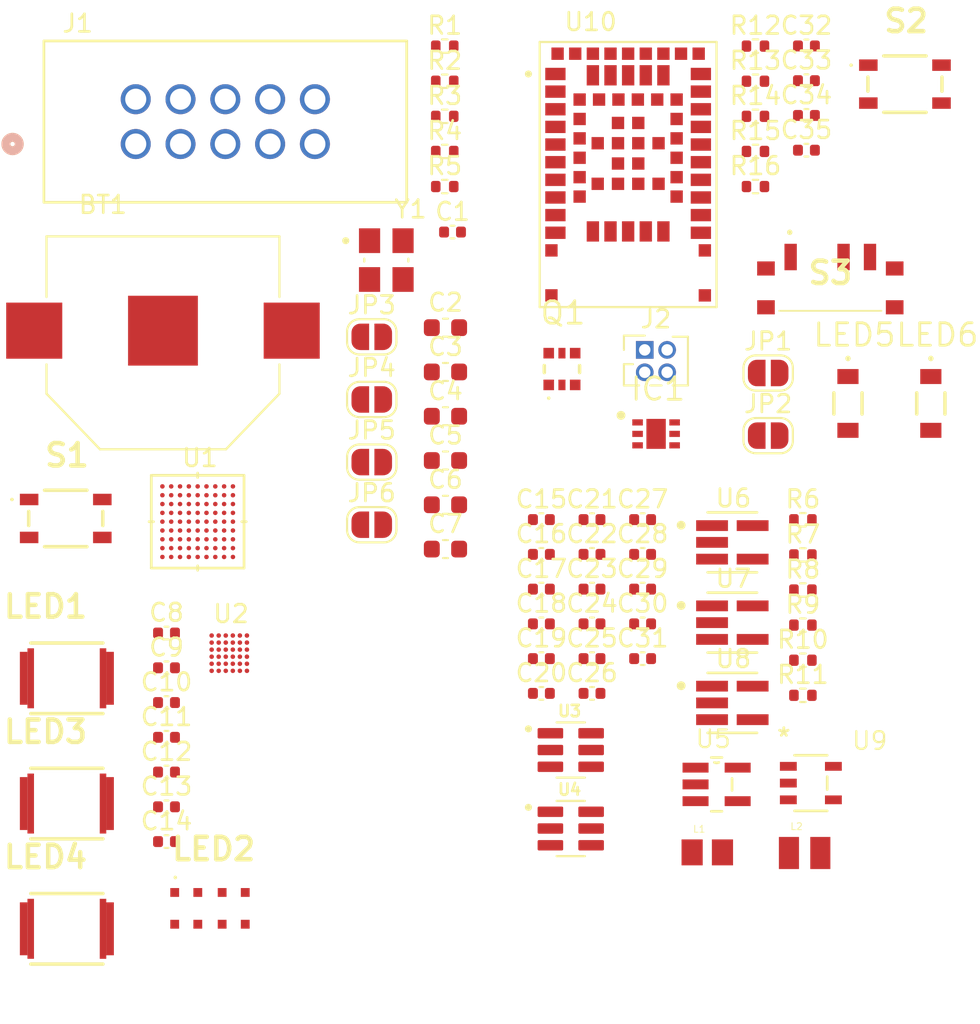
<source format=kicad_pcb>
(kicad_pcb (version 20241229) (generator "pcbnew") (generator_version "9.0")
  (layers (0 "F.Cu" signal) (2 "B.Cu" signal) (13 "F.Paste" user) (15 "B.Paste" user) (5 "F.SilkS" user "F.Silkscreen") (7 "B.SilkS" user "B.Silkscreen") (1 "F.Mask" user) (3 "B.Mask" user) (25 "Edge.Cuts" user))
  (net 0 "")
  (net 1 "+BATT")
  (net 2 "GND")
  (net 3 "Net-(C1-Pad1)")
  (net 4 "1V5")
  (net 5 "1V8")
  (net 6 "AVDD")
  (net 7 "DVDD")
  (net 8 "3V3_AFE")
  (net 9 "VLED")
  (net 10 "/AFE/VREF1")
  (net 11 "/AFE/VREF2")
  (net 12 "/PMU/2V")
  (net 13 "/PMU/3V6")
  (net 14 "Net-(U5-NR{slash}FB)")
  (net 15 "Net-(U9-SENSE{slash}ADJ)")
  (net 16 "Net-(U10-~{RESET})")
  (net 17 "/MCU/SDA")
  (net 18 "/MCU/ALERT")
  (net 19 "/MCU/SCL")
  (net 21 "/TCK")
  (net 22 "/VJTAG")
  (net 23 "/TDI")
  (net 24 "/VPUMP")
  (net 25 "Net-(J1-Pad3)")
  (net 26 "/TRST")
  (net 27 "/TMS")
  (net 28 "3V3_PROG")
  (net 29 "/MCU/SWDIO")
  (net 30 "/MCU/SWDCLK")
  (net 31 "Net-(JP1-A)")
  (net 32 "Net-(JP3-A)")
  (net 33 "Net-(JP4-A)")
  (net 34 "Net-(JP5-A)")
  (net 35 "Net-(JP6-B)")
  (net 36 "Net-(U3-SW)")
  (net 37 "Net-(U4-SW)")
  (net 38 "/AFE/IN2")
  (net 39 "/AFE/VC1")
  (net 40 "/AFE/LED1B")
  (net 41 "/AFE/LED2A")
  (net 42 "/AFE/LED1A")
  (net 43 "/AFE/IN1")
  (net 44 "/AFE/IN3")
  (net 45 "/AFE/IN4")
  (net 46 "Net-(LED5-K)")
  (net 47 "Net-(LED6-K)")
  (net 48 "FPGA_LED")
  (net 49 "/MCU/MCU_LED")
  (net 50 "/TDO")
  (net 51 "/!RESET")
  (net 52 "Net-(U4-FB)")
  (net 53 "Net-(U3-FB)")
  (net 54 "Net-(R10-Pad1)")
  (net 55 "Net-(R12-Pad2)")
  (net 56 "/MCU/FLASH_FREEZE_PIN")
  (net 63 "FLASH_FREEZE")
  (net 69 "FPGA_TO_AFE_MOSI")
  (net 70 "MCU_TO_FPGA_CS")
  (net 80 "FPGA_IO0")
  (net 82 "FPGA_TO_MCU_MISO")
  (net 83 "FPGA_IO1")
  (net 91 "FPGA_IO2")
  (net 92 "FPGA_TO_AFE_SCLK")
  (net 97 "/CLOCK_PIN")
  (net 98 "FPGA_TO_AFE_CS")
  (net 99 "AFE_TO_FPGA_MISO")
  (net 110 "MCU_TO_FPGA_MOSI")
  (net 115 "MCU_TO_FPGA_SCLK")
  (net 131 "CTRL_BOOST")
  (net 132 "CTRL_BOOST2")
  (net 167 "MCU_XO_FPGA")
  (footprint "Capacitor_SMD:C_0402_1005Metric" (layer "F.Cu") (at 130.12874 114.274199)
    (property "Reference" "C12" (at 0 -1.16 0) (layer "F.SilkS"))
    (property "Value" "10u")
    (pad "1" smd roundrect (at -0.48 0) (size 0.56 0.62) (layers "F.Cu" "F.Mask" "F.Paste") (net 9 "VLED"))
    (pad "2" smd roundrect (at 0.48 0) (size 0.56 0.62) (layers "F.Cu" "F.Mask" "F.Paste") (net 2 "GND"))
  )
  (footprint "Resistor_SMD:R_0402_1005Metric" (layer "F.Cu") (at 163.52874 77.104199)
    (property "Reference" "R14" (at 0 -1.17 0) (layer "F.SilkS"))
    (property "Value" "5k1(1%)")
    (pad "1" smd roundrect (at -0.51 0) (size 0.54 0.64) (layers "F.Cu" "F.Mask" "F.Paste") (net 17 "/MCU/SDA"))
    (pad "2" smd roundrect (at 0.51 0) (size 0.54 0.64) (layers "F.Cu" "F.Mask" "F.Paste") (net 5 "1V8"))
  )
  (footprint "Capacitor_SMD:C_0402_1005Metric" (layer "F.Cu") (at 151.38874 101.934199)
    (property "Reference" "C16" (at 0 -1.16 0) (layer "F.SilkS"))
    (property "Value" "10u(5%)")
    (pad "1" smd roundrect (at -0.48 0) (size 0.56 0.62) (layers "F.Cu" "F.Mask" "F.Paste") (net 1 "+BATT"))
    (pad "2" smd roundrect (at 0.48 0) (size 0.56 0.62) (layers "F.Cu" "F.Mask" "F.Paste") (net 2 "GND"))
  )
  (footprint "Capacitor_SMD:C_0402_1005Metric" (layer "F.Cu") (at 154.25874 99.964199)
    (property "Reference" "C21" (at 0 -1.16 0) (layer "F.SilkS"))
    (property "Value" "100n(5%)")
    (pad "1" smd roundrect (at -0.48 0) (size 0.56 0.62) (layers "F.Cu" "F.Mask" "F.Paste") (net 12 "/PMU/2V"))
    (pad "2" smd roundrect (at 0.48 0) (size 0.56 0.62) (layers "F.Cu" "F.Mask" "F.Paste") (net 2 "GND"))
  )
  (footprint "Capacitor_SMD:C_0402_1005Metric" (layer "F.Cu") (at 154.25874 107.844199)
    (property "Reference" "C25" (at 0 -1.16 0) (layer "F.SilkS"))
    (property "Value" "1u(5%)")
    (pad "1" smd roundrect (at -0.48 0) (size 0.56 0.62) (layers "F.Cu" "F.Mask" "F.Paste") (net 5 "1V8"))
    (pad "2" smd roundrect (at 0.48 0) (size 0.56 0.62) (layers "F.Cu" "F.Mask" "F.Paste") (net 2 "GND"))
  )
  (footprint "Capacitor_SMD:C_0402_1005Metric" (layer "F.Cu") (at 130.12874 108.364199)
    (property "Reference" "C9" (at 0 -1.16 0) (layer "F.SilkS"))
    (property "Value" "10u")
    (pad "1" smd roundrect (at -0.48 0) (size 0.56 0.62) (layers "F.Cu" "F.Mask" "F.Paste") (net 7 "DVDD"))
    (pad "2" smd roundrect (at 0.48 0) (size 0.56 0.62) (layers "F.Cu" "F.Mask" "F.Paste") (net 2 "GND"))
  )
  (footprint "Resistor_SMD:R_0402_1005Metric" (layer "F.Cu") (at 145.90874 75.114199)
    (property "Reference" "R2" (at 0 -1.17 0) (layer "F.SilkS"))
    (property "Value" "1k")
    (pad "1" smd roundrect (at -0.51 0) (size 0.54 0.64) (layers "F.Cu" "F.Mask" "F.Paste") (net 2 "GND"))
    (pad "2" smd roundrect (at 0.51 0) (size 0.54 0.64) (layers "F.Cu" "F.Mask" "F.Paste") (net 21 "/TCK"))
  )
  (footprint "Capacitor_SMD:C_0402_1005Metric" (layer "F.Cu") (at 130.12874 106.394199)
    (property "Reference" "C8" (at 0 -1.16 0) (layer "F.SilkS"))
    (property "Value" "10u")
    (pad "1" smd roundrect (at -0.48 0) (size 0.56 0.62) (layers "F.Cu" "F.Mask" "F.Paste") (net 6 "AVDD"))
    (pad "2" smd roundrect (at 0.48 0) (size 0.56 0.62) (layers "F.Cu" "F.Mask" "F.Paste") (net 2 "GND"))
  )
  (footprint "Capacitor_SMD:C_0402_1005Metric" (layer "F.Cu") (at 151.38874 105.874199)
    (property "Reference" "C18" (at 0 -1.16 0) (layer "F.SilkS"))
    (property "Value" "10u(5%)")
    (pad "1" smd roundrect (at -0.48 0) (size 0.56 0.62) (layers "F.Cu" "F.Mask" "F.Paste") (net 1 "+BATT"))
    (pad "2" smd roundrect (at 0.48 0) (size 0.56 0.62) (layers "F.Cu" "F.Mask" "F.Paste") (net 2 "GND"))
  )
  (footprint "wearable:SFH2202" (layer "F.Cu") (at 124.47874 123.159199)
    (property "Reference" "LED4" (at -1.21 -4.07 0) (layer "F.SilkS") (effects (font (size 1.27 1.27) (thickness 0.254))))
    (property "Value" "SFH_2202" (hide yes))
    (pad "1" smd rect (at -2.05 0) (size 0.37 3.4) (layers "F.Cu" "F.Mask" "F.Paste") (net 39 "/AFE/VC1"))
    (pad "2" smd rect (at 2.05 0) (size 0.37 3.4) (layers "F.Cu" "F.Mask" "F.Paste") (net 45 "/AFE/IN4"))
    (pad "3" smd rect (at -2.45 0) (size 0.43 3) (layers "F.Cu" "F.Mask" "F.Paste") (net 39 "/AFE/VC1"))
    (pad "4" smd rect (at 2.45 0) (size 0.43 3) (layers "F.Cu" "F.Mask" "F.Paste") (net 45 "/AFE/IN4"))
  )
  (footprint "Capacitor_SMD:C_0603_1608Metric" (layer "F.Cu") (at 145.94874 96.614199)
    (property "Reference" "C5" (at 0 -1.43 0) (layer "F.SilkS"))
    (property "Value" "10n")
    (pad "1" smd roundrect (at -0.775 0) (size 0.9 0.95) (layers "F.Cu" "F.Mask" "F.Paste") (net 4 "1V5"))
    (pad "2" smd roundrect (at 0.775 0) (size 0.9 0.95) (layers "F.Cu" "F.Mask" "F.Paste") (net 2 "GND"))
  )
  (footprint "Capacitor_SMD:C_0402_1005Metric" (layer "F.Cu") (at 154.25874 101.934199)
    (property "Reference" "C22" (at 0 -1.16 0) (layer "F.SilkS"))
    (property "Value" "100n(5%)")
    (pad "1" smd roundrect (at -0.48 0) (size 0.56 0.62) (layers "F.Cu" "F.Mask" "F.Paste") (net 4 "1V5"))
    (pad "2" smd roundrect (at 0.48 0) (size 0.56 0.62) (layers "F.Cu" "F.Mask" "F.Paste") (net 2 "GND"))
  )
  (footprint "Capacitor_SMD:C_0603_1608Metric" (layer "F.Cu") (at 145.94874 94.104199)
    (property "Reference" "C4" (at 0 -1.43 0) (layer "F.SilkS"))
    (property "Value" "100n")
    (pad "1" smd roundrect (at -0.775 0) (size 0.9 0.95) (layers "F.Cu" "F.Mask" "F.Paste") (net 4 "1V5"))
    (pad "2" smd roundrect (at 0.775 0) (size 0.9 0.95) (layers "F.Cu" "F.Mask" "F.Paste") (net 2 "GND"))
  )
  (footprint "Capacitor_SMD:C_0402_1005Metric" (layer "F.Cu") (at 154.25874 109.814199)
    (property "Reference" "C26" (at 0 -1.16 0) (layer "F.SilkS"))
    (property "Value" "1u(5%)")
    (pad "1" smd roundrect (at -0.48 0) (size 0.56 0.62) (layers "F.Cu" "F.Mask" "F.Paste") (net 12 "/PMU/2V"))
    (pad "2" smd roundrect (at 0.48 0) (size 0.56 0.62) (layers "F.Cu" "F.Mask" "F.Paste") (net 2 "GND"))
  )
  (footprint "Jumper:SolderJumper-2_P1.3mm_Open_RoundedPad1.0x1.5mm" (layer "F.Cu") (at 141.76874 89.604199)
    (property "Reference" "JP3" (at 0 -1.8 0) (layer "F.SilkS"))
    (property "Value" "SolderJumper_2_Open")
    (pad "1" smd custom (at -0.65 0) (size 1 0.5) (layers "F.Cu" "F.Mask") (net 32 "Net-(JP3-A)") (options (clearance outline) (anchor rect)) (primitives (gr_circle (center 0 0.25) (end 0.5 0.25) (width 0) (fill yes)) (gr_circle (center 0 -0.25) (end 0.5 -0.25) (width 0) (fill yes)) (gr_poly (pts (xy 0.5 0.75) (xy 0 0.75) (xy 0 -0.75) (xy 0.5 -0.75)) (width 0) (fill yes))))
    (pad "2" smd custom (at 0.65 0) (size 1 0.5) (layers "F.Cu" "F.Mask") (net 2 "GND") (options (clearance outline) (anchor rect)) (primitives (gr_circle (center 0 0.25) (end 0.5 0.25) (width 0) (fill yes)) (gr_circle (center 0 -0.25) (end 0.5 -0.25) (width 0) (fill yes)) (gr_poly (pts (xy 0 0.75) (xy -0.5 0.75) (xy -0.5 -0.75) (xy 0 -0.75)) (width 0) (fill yes))))
  )
  (footprint "wearable:KDZLV100" (layer "F.Cu") (at 168.77374 93.379199)
    (property "Reference" "LED5" (at 0.37 -3.88 0) (layer "F.SilkS") (effects (font (size 1.27 1.27) (thickness 0.15875))))
    (property "Value" "SML-P11UTT86R" (hide yes))
    (pad "1" smd rect (at 0 -1.525 90) (size 0.85 1.2) (layers "F.Cu" "F.Mask" "F.Paste") (net 46 "Net-(LED5-K)"))
    (pad "2" smd rect (at 0 1.525 90) (size 0.85 1.2) (layers "F.Cu" "F.Mask" "F.Paste") (net 5 "1V8"))
  )
  (footprint "Resistor_SMD:R_0402_1005Metric" (layer "F.Cu") (at 145.90874 73.124199)
    (property "Reference" "R1" (at 0 -1.17 0) (layer "F.SilkS"))
    (property "Value" "39R")
    (pad "1" smd roundrect (at -0.51 0) (size 0.54 0.64) (layers "F.Cu" "F.Mask" "F.Paste") (net 50 "/TDO"))
    (pad "2" smd roundrect (at 0.51 0) (size 0.54 0.64) (layers "F.Cu" "F.Mask" "F.Paste") (net 25 "Net-(J1-Pad3)"))
  )
  (footprint "Resistor_SMD:R_0402_1005Metric" (layer "F.Cu") (at 166.21874 101.964199)
    (property "Reference" "R7" (at 0 -1.17 0) (layer "F.SilkS"))
    (property "Value" "180k(1%)")
    (pad "1" smd roundrect (at -0.51 0) (size 0.54 0.64) (layers "F.Cu" "F.Mask" "F.Paste") (net 2 "GND"))
    (pad "2" smd roundrect (at 0.51 0) (size 0.54 0.64) (layers "F.Cu" "F.Mask" "F.Paste") (net 53 "Net-(U3-FB)"))
  )
  (footprint "Capacitor_SMD:C_0603_1608Metric" (layer "F.Cu") (at 145.94874 101.634199)
    (property "Reference" "C7" (at 0 -1.43 0) (layer "F.SilkS"))
    (property "Value" "10n")
    (pad "1" smd roundrect (at -0.775 0) (size 0.9 0.95) (layers "F.Cu" "F.Mask" "F.Paste") (net 5 "1V8"))
    (pad "2" smd roundrect (at 0.775 0) (size 0.9 0.95) (layers "F.Cu" "F.Mask" "F.Paste") (net 2 "GND"))
  )
  (footprint "wearable:BAT_2996" (layer "F.Cu") (at 129.92874 89.254199)
    (property "Reference" "BT1" (at -3.411 -7.142 0) (layer "F.SilkS"))
    (property "Value" "2996")
    (pad "N" smd rect (at 0 0) (size 3.96 3.96) (layers "F.Cu" "F.Mask") (net 2 "GND"))
    (pad "P1" smd rect (at -7.3 0) (size 3.18 3.18) (layers "F.Cu" "F.Mask" "F.Paste") (net 1 "+BATT"))
    (pad "P2" smd rect (at 7.3 0) (size 3.18 3.18) (layers "F.Cu" "F.Mask" "F.Paste") (net 1 "+BATT"))
  )
  (footprint "Capacitor_SMD:C_0402_1005Metric" (layer "F.Cu") (at 151.38874 109.814199)
    (property "Reference" "C20" (at 0 -1.16 0) (layer "F.SilkS"))
    (property "Value" "2.2u(5%)")
    (pad "1" smd roundrect (at -0.48 0) (size 0.56 0.62) (layers "F.Cu" "F.Mask" "F.Paste") (net 13 "/PMU/3V6"))
    (pad "2" smd roundrect (at 0.48 0) (size 0.56 0.62) (layers "F.Cu" "F.Mask" "F.Paste") (net 2 "GND"))
  )
  (footprint "Capacitor_SMD:C_0402_1005Metric" (layer "F.Cu") (at 130.12874 112.304199)
    (property "Reference" "C11" (at 0 -1.16 0) (layer "F.SilkS"))
    (property "Value" "10u")
    (pad "1" smd roundrect (at -0.48 0) (size 0.56 0.62) (layers "F.Cu" "F.Mask" "F.Paste") (net 7 "DVDD"))
    (pad "2" smd roundrect (at 0.48 0) (size 0.56 0.62) (layers "F.Cu" "F.Mask" "F.Paste") (net 2 "GND"))
  )
  (footprint "Resistor_SMD:R_0402_1005Metric" (layer "F.Cu") (at 145.90874 77.104199)
    (property "Reference" "R3" (at 0 -1.17 0) (layer "F.SilkS"))
    (property "Value" "1k")
    (pad "1" smd roundrect (at -0.51 0) (size 0.54 0.64) (layers "F.Cu" "F.Mask" "F.Paste") (net 2 "GND"))
    (pad "2" smd roundrect (at 0.51 0) (size 0.54 0.64) (layers "F.Cu" "F.Mask" "F.Paste") (net 26 "/TRST"))
  )
  (footprint "Capacitor_SMD:C_0402_1005Metric" (layer "F.Cu") (at 154.25874 103.904199)
    (property "Reference" "C23" (at 0 -1.16 0) (layer "F.SilkS"))
    (property "Value" "100n(5%)")
    (pad "1" smd roundrect (at -0.48 0) (size 0.56 0.62) (layers "F.Cu" "F.Mask" "F.Paste") (net 14 "Net-(U5-NR{slash}FB)"))
    (pad "2" smd roundrect (at 0.48 0) (size 0.56 0.62) (layers "F.Cu" "F.Mask" "F.Paste") (net 2 "GND"))
  )
  (footprint "Jumper:SolderJumper-2_P1.3mm_Open_RoundedPad1.0x1.5mm" (layer "F.Cu") (at 164.24874 95.204199)
    (property "Reference" "JP2" (at 0 -1.8 0) (layer "F.SilkS"))
    (property "Value" "SolderJumper_2_Open")
    (pad "1" smd custom (at -0.65 0) (size 1 0.5) (layers "F.Cu" "F.Mask") (net 31 "Net-(JP1-A)") (options (clearance outline) (anchor rect)) (primitives (gr_circle (center 0 0.25) (end 0.5 0.25) (width 0) (fill yes)) (gr_circle (center 0 -0.25) (end 0.5 -0.25) (width 0) (fill yes)) (gr_poly (pts (xy 0.5 0.75) (xy 0 0.75) (xy 0 -0.75) (xy 0.5 -0.75)) (width 0) (fill yes))))
    (pad "2" smd custom (at 0.65 0) (size 1 0.5) (layers "F.Cu" "F.Mask") (net 5 "1V8") (options (clearance outline) (anchor rect)) (primitives (gr_circle (center 0 0.25) (end 0.5 0.25) (width 0) (fill yes)) (gr_circle (center 0 -0.25) (end 0.5 -0.25) (width 0) (fill yes)) (gr_poly (pts (xy 0 0.75) (xy -0.5 0.75) (xy -0.5 -0.75) (xy 0 -0.75)) (width 0) (fill yes))))
  )
  (footprint "Jumper:SolderJumper-2_P1.3mm_Open_RoundedPad1.0x1.5mm" (layer "F.Cu") (at 164.24874 91.654199)
    (property "Reference" "JP1" (at 0 -1.8 0) (layer "F.SilkS"))
    (property "Value" "SolderJumper_2_Open")
    (pad "1" smd custom (at -0.65 0) (size 1 0.5) (layers "F.Cu" "F.Mask") (net 31 "Net-(JP1-A)") (options (clearance outline) (anchor rect)) (primitives (gr_circle (center 0 0.25) (end 0.5 0.25) (width 0) (fill yes)) (gr_circle (center 0 -0.25) (end 0.5 -0.25) (width 0) (fill yes)) (gr_poly (pts (xy 0.5 0.75) (xy 0 0.75) (xy 0 -0.75) (xy 0.5 -0.75)) (width 0) (fill yes))))
    (pad "2" smd custom (at 0.65 0) (size 1 0.5) (layers "F.Cu" "F.Mask") (net 28 "3V3_PROG") (options (clearance outline) (anchor rect)) (primitives (gr_circle (center 0 0.25) (end 0.5 0.25) (width 0) (fill yes)) (gr_circle (center 0 -0.25) (end 0.5 -0.25) (width 0) (fill yes)) (gr_poly (pts (xy 0 0.75) (xy -0.5 0.75) (xy -0.5 -0.75) (xy 0 -0.75)) (width 0) (fill yes))))
  )
  (footprint "wearable:INDC2016X180N_6_8uH" (layer "F.Cu") (at 166.31674 118.862199)
    (property "Reference" "L2" (at -0.46 -1.5 0) (layer "F.SilkS") (effects (font (size 0.393701 0.393701) (thickness 0.0508))))
    (property "Value" "LBM2016T6R8J")
    (pad "1" smd rect (at -0.89 0) (size 1.14 1.82) (layers "F.Cu" "F.Mask" "F.Paste") (net 1 "+BATT"))
    (pad "2" smd rect (at 0.89 0) (size 1.14 1.82) (layers "F.Cu" "F.Mask" "F.Paste") (net 37 "Net-(U4-SW)"))
  )
  (footprint "wearable:SOT95P280X110-6N" (layer "F.Cu") (at 153.05374 113.024199)
    (property "Reference" "U3" (at -0.068 -2.2064 0) (layer "F.SilkS") (effects (font (size 0.64 0.64))))
    (property "Value" "TPS61071DDCR")
    (pad "1" smd roundrect (at -1.155 -0.95) (size 1.45 0.59) (layers "F.Cu" "F.Mask" "F.Paste") (roundrect_rratio 0.125) (net 36 "Net-(U3-SW)"))
    (pad "2" smd roundrect (at -1.155 0) (size 1.45 0.59) (layers "F.Cu" "F.Mask" "F.Paste") (roundrect_rratio 0.125) (net 2 "GND"))
    (pad "3" smd roundrect (at -1.155 0.95) (size 1.45 0.59) (layers "F.Cu" "F.Mask" "F.Paste") (roundrect_rratio 0.125) (net 131 "CTRL_BOOST"))
    (pad "4" smd roundrect (at 1.155 0.95) (size 1.45 0.59) (layers "F.Cu" "F.Mask" "F.Paste") (roundrect_rratio 0.125) (net 53 "Net-(U3-FB)"))
    (pad "5" smd roundrect (at 1.155 0) (size 1.45 0.59) (layers "F.Cu" "F.Mask" "F.Paste") (roundrect_rratio 0.125) (net 12 "/PMU/2V"))
    (pad "6" smd roundrect (at 1.155 -0.95) (size 1.45 0.59) (layers "F.Cu" "F.Mask" "F.Paste") (roundrect_rratio 0.125) (net 1 "+BATT"))
  )
  (footprint "Capacitor_SMD:C_0402_1005Metric" (layer "F.Cu") (at 151.38874 107.844199)
    (property "Reference" "C19" (at 0 -1.16 0) (layer "F.SilkS"))
    (property "Value" "100n(5%)")
    (pad "1" smd roundrect (at -0.48 0) (size 0.56 0.62) (layers "F.Cu" "F.Mask" "F.Paste") (net 1 "+BATT"))
    (pad "2" smd roundrect (at 0.48 0) (size 0.56 0.62) (layers "F.Cu" "F.Mask" "F.Paste") (net 2 "GND"))
  )
  (footprint "Capacitor_SMD:C_0402_1005Metric" (layer "F.Cu") (at 146.34874 83.664199)
    (property "Reference" "C1" (at 0 -1.16 0) (layer "F.SilkS"))
    (property "Value" "10u")
    (pad "1" smd roundrect (at -0.48 0) (size 0.56 0.62) (layers "F.Cu" "F.Mask" "F.Paste") (net 3 "Net-(C1-Pad1)"))
    (pad "2" smd roundrect (at 0.48 0) (size 0.56 0.62) (layers "F.Cu" "F.Mask" "F.Paste") (net 2 "GND"))
  )
  (footprint "Connector_PinHeader_1.27mm:PinHeader_2x02_P1.27mm_Vertical" (layer "F.Cu") (at 157.24874 90.344199)
    (property "Reference" "J2" (at 0.635 -1.745 0) (layer "F.SilkS"))
    (property "Value" "Conn_02x02_Counter_Clockwise")
    (pad "1" thru_hole rect (at 0 0) (size 1 1) (drill 0.65) (layers "*.Cu" "*.Mask") (net 28 "3V3_PROG"))
    (pad "2" thru_hole circle (at 1.27 0) (size 1 1) (drill 0.65) (layers "*.Cu" "*.Mask") (net 30 "/MCU/SWDCLK"))
    (pad "3" thru_hole circle (at 0 1.27) (size 1 1) (drill 0.65) (layers "*.Cu" "*.Mask") (net 2 "GND"))
    (pad "4" thru_hole circle (at 1.27 1.27) (size 1 1) (drill 0.65) (layers "*.Cu" "*.Mask") (net 29 "/MCU/SWDIO"))
  )
  (footprint "Capacitor_SMD:C_0603_1608Metric" (layer "F.Cu") (at 145.94874 91.594199)
    (property "Reference" "C3" (at 0 -1.43 0) (layer "F.SilkS"))
    (property "Value" "10n")
    (pad "1" smd roundrect (at -0.775 0) (size 0.9 0.95) (layers "F.Cu" "F.Mask" "F.Paste") (net 4 "1V5"))
    (pad "2" smd roundrect (at 0.775 0) (size 0.9 0.95) (layers "F.Cu" "F.Mask" "F.Paste") (net 2 "GND"))
  )
  (footprint "wearable:INDC2012X145N" (layer "F.Cu") (at 160.79674 118.827199)
    (property "Reference" "L1" (at -0.46 -1.32 0) (layer "F.SilkS") (effects (font (size 0.393701 0.393701) (thickness 0.049213))))
    (property "Value" "MLZ2012M100HT000")
    (pad "1" smd rect (at -0.86 0) (size 1.2 1.47) (layers "F.Cu" "F.Mask" "F.Paste") (net 1 "+BATT"))
    (pad "2" smd rect (at 0.86 0) (size 1.2 1.47) (layers "F.Cu" "F.Mask" "F.Paste") (net 36 "Net-(U3-SW)"))
  )
  (footprint "wearable:CB-36-10_ADI" (layer "F.Cu") (at 133.68934 107.534799)
    (property "Reference" "U2" (at 0.1 -2.23 0) (layer "F.SilkS"))
    (property "Value" "ADPD6000BCBZR7" (hide yes))
    (pad "A1" smd circle (at -1 -1) (size 0.254 0.254) (layers "F.Cu" "F.Mask" "F.Paste") (net 92 "FPGA_TO_AFE_SCLK"))
    (pad "A2" smd circle (at -0.6 -1) (size 0.254 0.254) (layers "F.Cu" "F.Mask" "F.Paste") (net 69 "FPGA_TO_AFE_MOSI"))
    (pad "A3" smd circle (at -0.2 -1) (size 0.254 0.254) (layers "F.Cu" "F.Mask" "F.Paste") (net 98 "FPGA_TO_AFE_CS"))
    (pad "A4" smd circle (at 0.2 -1) (size 0.254 0.254) (layers "F.Cu" "F.Mask" "F.Paste"))
    (pad "A5" smd circle (at 0.6 -1) (size 0.254 0.254) (layers "F.Cu" "F.Mask" "F.Paste") (net 41 "/AFE/LED2A"))
    (pad "A6" smd circle (at 1 -1) (size 0.254 0.254) (layers "F.Cu" "F.Mask" "F.Paste") (net 42 "/AFE/LED1A"))
    (pad "B1" smd circle (at -1 -0.6) (size 0.254 0.254) (layers "F.Cu" "F.Mask" "F.Paste") (net 91 "FPGA_IO2"))
    (pad "B2" smd circle (at -0.6 -0.6) (size 0.254 0.254) (layers "F.Cu" "F.Mask" "F.Paste") (net 99 "AFE_TO_FPGA_MISO"))
    (pad "B3" smd circle (at -0.2 -0.6) (size 0.254 0.254) (layers "F.Cu" "F.Mask" "F.Paste") (net 7 "DVDD"))
    (pad "B4" smd circle (at 0.2 -0.6) (size 0.254 0.254) (layers "F.Cu" "F.Mask" "F.Paste") (net 8 "3V3_AFE"))
    (pad "B5" smd circle (at 0.6 -0.6) (size 0.254 0.254) (layers "F.Cu" "F.Mask" "F.Paste") (net 40 "/AFE/LED1B"))
    (pad "B6" smd circle (at 1 -0.6) (size 0.254 0.254) (layers "F.Cu" "F.Mask" "F.Paste") (net 2 "GND"))
    (pad "C1" smd circle (at -1 -0.2) (size 0.254 0.254) (layers "F.Cu" "F.Mask" "F.Paste") (net 80 "FPGA_IO0"))
    (pad "C2" smd circle (at -0.6 -0.2) (size 0.254 0.254) (layers "F.Cu" "F.Mask" "F.Paste") (net 83 "FPGA_IO1"))
    (pad "C3" smd circle (at -0.2 -0.2) (size 0.254 0.254) (layers "F.Cu" "F.Mask" "F.Paste"))
    (pad "C4" smd circle (at 0.2 -0.2) (size 0.254 0.254) (layers "F.Cu" "F.Mask" "F.Paste"))
    (pad "C5" smd circle (at 0.6 -0.2) (size 0.254 0.254) (layers "F.Cu" "F.Mask" "F.Paste"))
    (pad "C6" smd circle (at 1 -0.2) (size 0.254 0.254) (layers "F.Cu" "F.Mask" "F.Paste"))
    (pad "D1" smd circle (at -1 0.2) (size 0.254 0.254) (layers "F.Cu" "F.Mask" "F.Paste") (net 7 "DVDD"))
    (pad "D2" smd circle (at -0.6 0.2) (size 0.254 0.254) (layers "F.Cu" "F.Mask" "F.Paste") (net 2 "GND"))
    (pad "D3" smd circle (at -0.2 0.2) (size 0.254 0.254) (layers "F.Cu" "F.Mask" "F.Paste") (net 2 "GND"))
    (pad "D4" smd circle (at 0.2 0.2) (size 0.254 0.254) (layers "F.Cu" "F.Mask" "F.Paste"))
    (pad "D5" smd circle (at 0.6 0.2) (size 0.254 0.254) (layers "F.Cu" "F.Mask" "F.Paste"))
    (pad "D6" smd circle (at 1 0.2) (size 0.254 0.254) (layers "F.Cu" "F.Mask" "F.Paste"))
    (pad "E1" smd circle (at -1 0.6) (size 0.254 0.254) (layers "F.Cu" "F.Mask" "F.Paste") (net 38 "/AFE/IN2"))
    (pad "E2" smd circle (at -0.6 0.6) (size 0.254 0.254) (layers "F.Cu" "F.Mask" "F.Paste") (net 45 "/AFE/IN4"))
    (pad "E3" smd circle (at -0.2 0.6) (size 0.254 0.254) (layers "F.Cu" "F.Mask" "F.Paste"))
    (pad "E4" smd circle (at 0.2 0.6) (size 0.254 0.254) (layers "F.Cu" "F.Mask" "F.Paste") (net 11 "/AFE/VREF2"))
    (pad "E5" smd circle (at 0.6 0.6) (size 0.254 0.254) (layers "F.Cu" "F.Mask" "F.Paste") (net 2 "GND"))
    (pad "E6" smd circle (at 1 0.6) (size 0.254 0.254) (layers "F.Cu" "F.Mask" "F.Paste"))
    (pad "F1" smd circle (at -1 1) (size 0.254 0.254) (layers "F.Cu" "F.Mask" "F.Paste") (net 43 "/AFE/IN1"))
    (pad "F2" smd circle (at -0.6 1) (size 0.254 0.254) (layers "F.Cu" "F.Mask" "F.Paste") (net 44 "/AFE/IN3"))
    (pad "F3" smd circle (at -0.2 1) (size 0.254 0.254) (layers "F.Cu" "F.Mask" "F.Paste") (net 39 "/AFE/VC1"))
    (pad "F4" smd circle (at 0.2 1) (size 0.254 0.254) (layers "F.Cu" "F.Mask" "F.Paste") (net 10 "/AFE/VREF1"))
    (pad "F5" smd circle (at 0.6 1) (size 0.254 0.254) (layers "F.Cu" "F.Mask" "F.Paste") (net 6 "AVDD"))
    (pad "F6" smd circle (at 1 1) (size 0.254 0.254) (layers "F.Cu" "F.Mask" "F.Paste"))
  )
  (footprint "Capacitor_SMD:C_0603_1608Metric" (layer "F.Cu") (at 145.94874 89.084199)
    (property "Reference" "C2" (at 0 -1.43 0) (layer "F.SilkS"))
    (property "Value" "100n")
    (pad "1" smd roundrect (at -0.775 0) (size 0.9 0.95) (layers "F.Cu" "F.Mask" "F.Paste") (net 4 "1V5"))
    (pad "2" smd roundrect (at 0.775 0) (size 0.9 0.95) (layers "F.Cu" "F.Mask" "F.Paste") (net 2 "GND"))
  )
  (footprint "wearable:DBV0005A-IPC_A" (layer "F.Cu") (at 162.216842 101.254198)
    (property "Reference" "U6" (at 0.06 -2.5 0) (layer "F.SilkS"))
    (property "Value" "TPS7A2018PDBVR" (hide yes))
    (pad "1" smd rect (at -1.150483 -0.950001) (size 1.805236 0.612132) (layers "F.Cu" "F.Mask" "F.Paste") (net 12 "/PMU/2V"))
    (pad "2" smd rect (at -1.150483 0) (size 1.805236 0.612132) (layers "F.Cu" "F.Mask" "F.Paste") (net 2 "GND"))
    (pad "3" smd rect (at -1.150483 0.950001) (size 1.805236 0.612132) (layers "F.Cu" "F.Mask" "F.Paste") (net 12 "/PMU/2V"))
    (pad "4" smd rect (at 1.150483 0.950001) (size 1.805236 0.612132) (layers "F.Cu" "F.Mask" "F.Paste"))
    (pad "5" smd rect (at 1.150483 -0.950001) (size 1.805236 0.612132) (layers "F.Cu" "F.Mask" "F.Paste") (net 5 "1V8"))
  )
  (footprint "Resistor_SMD:R_0402_1005Metric" (layer "F.Cu") (at 166.21874 105.944199)
    (property "Reference" "R9" (at 0 -1.17 0) (layer "F.SilkS"))
    (property "Value" "1Meg(1%)")
    (pad "1" smd roundrect (at -0.51 0) (size 0.54 0.64) (layers "F.Cu" "F.Mask" "F.Paste") (net 52 "Net-(U4-FB)"))
    (pad "2" smd roundrect (at 0.51 0) (size 0.54 0.64) (layers "F.Cu" "F.Mask" "F.Paste") (net 13 "/PMU/3V6"))
  )
  (footprint "Jumper:SolderJumper-2_P1.3mm_Open_RoundedPad1.0x1.5mm" (layer "F.Cu") (at 141.76874 100.254199)
    (property "Reference" "JP6" (at 0 -1.8 0) (layer "F.SilkS"))
    (property "Value" "SolderJumper_2_Open")
    (pad "1" smd custom (at -0.65 0) (size 1 0.5) (layers "F.Cu" "F.Mask") (net 2 "GND") (options (clearance outline) (anchor rect)) (primitives (gr_circle (center 0 0.25) (end 0.5 0.25) (width 0) (fill yes)) (gr_circle (center 0 -0.25) (end 0.5 -0.25) (width 0) (fill yes)) (gr_poly (pts (xy 0.5 0.75) (xy 0 0.75) (xy 0 -0.75) (xy 0.5 -0.75)) (width 0) (fill yes))))
    (pad "2" smd custom (at 0.65 0) (size 1 0.5) (layers "F.Cu" "F.Mask") (net 35 "Net-(JP6-B)") (options (clearance outline) (anchor rect)) (primitives (gr_circle (center 0 0.25) (end 0.5 0.25) (width 0) (fill yes)) (gr_circle (center 0 -0.25) (end 0.5 -0.25) (width 0) (fill yes)) (gr_poly (pts (xy 0 0.75) (xy -0.5 0.75) (xy -0.5 -0.75) (xy 0 -0.75)) (width 0) (fill yes))))
  )
  (footprint "wearable:CS81_MCH" (layer "F.Cu") (at 131.89584 100.081299)
    (property "Reference" "U1" (at 0.13 -3.62 0) (layer "F.SilkS"))
    (property "Value" "AGLN250V5-CSG81I" (hide yes))
    (pad "A1" smd circle (at -2 -2) (size 0.254 0.254) (layers "F.Cu" "F.Mask" "F.Paste") (net 51 "/!RESET"))
    (pad "A2" smd circle (at -1.5 -2) (size 0.254 0.254) (layers "F.Cu" "F.Mask" "F.Paste") (net 98 "FPGA_TO_AFE_CS"))
    (pad "A3" smd circle (at -1 -2) (size 0.254 0.254) (layers "F.Cu" "F.Mask" "F.Paste") (net 97 "/CLOCK_PIN"))
    (pad "A4" smd circle (at -0.5 -2) (size 0.254 0.254) (layers "F.Cu" "F.Mask" "F.Paste") (net 80 "FPGA_IO0"))
    (pad "A5" smd circle (at 0 -2) (size 0.254 0.254) (layers "F.Cu" "F.Mask" "F.Paste") (net 83 "FPGA_IO1"))
    (pad "A6" smd circle (at 0.5 -2) (size 0.254 0.254) (layers "F.Cu" "F.Mask" "F.Paste") (net 91 "FPGA_IO2"))
    (pad "A7" smd circle (at 1 -2) (size 0.254 0.254) (layers "F.Cu" "F.Mask" "F.Paste") (net 82 "FPGA_TO_MCU_MISO"))
    (pad "A8" smd circle (at 1.5 -2) (size 0.254 0.254) (layers "F.Cu" "F.Mask" "F.Paste") (net 110 "MCU_TO_FPGA_MOSI"))
    (pad "A9" smd circle (at 2 -2) (size 0.254 0.254) (layers "F.Cu" "F.Mask" "F.Paste"))
    (pad "B1" smd circle (at -2 -1.5) (size 0.254 0.254) (layers "F.Cu" "F.Mask" "F.Paste"))
    (pad "B2" smd circle (at -1.5 -1.5) (size 0.254 0.254) (layers "F.Cu" "F.Mask" "F.Paste") (net 70 "MCU_TO_FPGA_CS"))
    (pad "B3" smd circle (at -1 -1.5) (size 0.254 0.254) (layers "F.Cu" "F.Mask" "F.Paste") (net 115 "MCU_TO_FPGA_SCLK"))
    (pad "B4" smd circle (at -0.5 -1.5) (size 0.254 0.254) (layers "F.Cu" "F.Mask" "F.Paste"))
    (pad "B5" smd circle (at 0 -1.5) (size 0.254 0.254) (layers "F.Cu" "F.Mask" "F.Paste") (net 99 "AFE_TO_FPGA_MISO"))
    (pad "B6" smd circle (at 0.5 -1.5) (size 0.254 0.254) (layers "F.Cu" "F.Mask" "F.Paste") (net 92 "FPGA_TO_AFE_SCLK"))
    (pad "B7" smd circle (at 1 -1.5) (size 0.254 0.254) (layers "F.Cu" "F.Mask" "F.Paste") (net 69 "FPGA_TO_AFE_MOSI"))
    (pad "B8" smd circle (at 1.5 -1.5) (size 0.254 0.254) (layers "F.Cu" "F.Mask" "F.Paste"))
    (pad "B9" smd circle (at 2 -1.5) (size 0.254 0.254) (layers "F.Cu" "F.Mask" "F.Paste"))
    (pad "C1" smd circle (at -2 -1) (size 0.254 0.254) (layers "F.Cu" "F.Mask" "F.Paste"))
    (pad "C2" smd circle (at -1.5 -1) (size 0.254 0.254) (layers "F.Cu" "F.Mask" "F.Paste"))
    (pad "C3" smd circle (at -1 -1) (size 0.254 0.254) (layers "F.Cu" "F.Mask" "F.Paste") (net 2 "GND"))
    (pad "C4" smd circle (at -0.5 -1) (size 0.254 0.254) (layers "F.Cu" "F.Mask" "F.Paste") (net 48 "FPGA_LED"))
    (pad "C5" smd circle (at 0 -1) (size 0.254 0.254) (layers "F.Cu" "F.Mask" "F.Paste"))
    (pad "C6" smd circle (at 0.5 -1) (size 0.254 0.254) (layers "F.Cu" "F.Mask" "F.Paste") (net 2 "GND"))
    (pad "C7" smd circle (at 1 -1) (size 0.254 0.254) (layers "F.Cu" "F.Mask" "F.Paste"))
    (pad "C8" smd circle (at 1.5 -1) (size 0.254 0.254) (layers "F.Cu" "F.Mask" "F.Paste"))
    (pad "C9" smd circle (at 2 -1) (size 0.254 0.254) (layers "F.Cu" "F.Mask" "F.Paste"))
    (pad "D1" smd circle (at -2 -0.5) (size 0.254 0.254) (layers "F.Cu" "F.Mask" "F.Paste"))
    (pad "D2" smd circle (at -1.5 -0.5) (size 0.254 0.254) (layers "F.Cu" "F.Mask" "F.Paste"))
    (pad "D3" smd circle (at -1 -0.5) (size 0.254 0.254) (layers "F.Cu" "F.Mask" "F.Paste"))
    (pad "D4" smd circle (at -0.5 -0.5) (size 0.254 0.254) (layers "F.Cu" "F.Mask" "F.Paste") (net 4 "1V5"))
    (pad "D5" smd circle (at 0 -0.5) (size 0.254 0.254) (layers "F.Cu" "F.Mask" "F.Paste") (net 5 "1V8"))
    (pad "D6" smd circle (at 0.5 -0.5) (size 0.254 0.254) (layers "F.Cu" "F.Mask" "F.Paste") (net 2 "GND"))
    (pad "D7" smd circle (at 1 -0.5) (size 0.254 0.254) (layers "F.Cu" "F.Mask" "F.Paste"))
    (pad "D8" smd circle (at 1.5 -0.5) (size 0.254 0.254) (layers "F.Cu" "F.Mask" "F.Paste"))
    (pad "D9" smd circle (at 2 -0.5) (size 0.254 0.254) (layers "F.Cu" "F.Mask" "F.Paste"))
    (pad "E1" smd circle (at -2 0) (size 0.254 0.254) (layers "F.Cu" "F.Mask" "F.Paste"))
    (pad "E2" smd circle (at -1.5 0) (size 0.254 0.254) (layers "F.Cu" "F.Mask" "F.Paste"))
    (pad "E3" smd circle (at -1 0) (size 0.254 0.254) (layers "F.Cu" "F.Mask" "F.Paste"))
    (pad "E4" smd circle (at -0.5 0) (size 0.254 0.254) (layers "F.Cu" "F.Mask" "F.Paste") (net 35 "Net-(JP6-B)"))
    (pad "E5" smd circle (at 0 0) (size 0.254 0.254) (layers "F.Cu" "F.Mask" "F.Paste") (net 4 "1V5"))
    (pad "E6" smd circle (at 0.5 0) (size 0.254 0.254) (layers "F.Cu" "F.Mask" "F.Paste") (net 34 "Net-(JP5-A)"))
    (pad "E7" smd circle (at 1 0) (size 0.254 0.254) (layers "F.Cu" "F.Mask" "F.Paste"))
    (pad "E8" smd circle (at 1.5 0) (size 0.254 0.254) (layers "F.Cu" "F.Mask" "F.Paste"))
    (pad "E9" smd circle (at 2 0) (size 0.254 0.254) (layers "F.Cu" "F.Mask" "F.Paste"))
    (pad "F1" smd circle (at -2 0.5) (size 0.254 0.254) (layers "F.Cu" "F.Mask" "F.Paste") (net 33 "Net-(JP4-A)"))
    (pad "F2" smd circle (at -1.5 0.5) (size 0.254 0.254) (layers "F.Cu" "F.Mask" "F.Paste") (net 32 "Net-(JP3-A)"))
    (pad "F3" smd circle (at -1 0.5) (size 0.254 0.254) (layers "F.Cu" "F.Mask" "F.Paste") (net 2 "GND"))
    (pad "F4" smd circle (at -0.5 0.5) (size 0.254 0.254) (layers "F.Cu" "F.Mask" "F.Paste") (net 2 "GND"))
    (pad "F5" smd circle (at 0 0.5) (size 0.254 0.254) (layers "F.Cu" "F.Mask" "F.Paste") (net 5 "1V8"))
    (pad "F6" smd circle (at 0.5 0.5) (size 0.254 0.254) (layers "F.Cu" "F.Mask" "F.Paste") (net 2 "GND"))
    (pad "F7" smd circle (at 1 0.5) (size 0.254 0.254) (layers "F.Cu" "F.Mask" "F.Paste"))
    (pad "F8" smd circle (at 1.5 0.5) (size 0.254 0.254) (layers "F.Cu" "F.Mask" "F.Paste"))
    (pad "F9" smd circle (at 2 0.5) (size 0.254 0.254) (layers "F.Cu" "F.Mask" "F.Paste"))
    (pad "G1" smd circle (at -2 1) (size 0.254 0.254) (layers "F.Cu" "F.Mask" "F.Paste"))
    (pad "G2" smd circle (at -1.5 1) (size 0.254 0.254) (layers "F.Cu" "F.Mask" "F.Paste"))
    (pad "G3" smd circle (at -1 1) (size 0.254 0.254) (layers "F.Cu" "F.Mask" "F.Paste"))
    (pad "G4" smd circle (at -0.5 1) (size 0.254 0.254) (layers "F.Cu" "F.Mask" "F.Paste"))
    (pad "G5" smd circle (at 0 1) (size 0.254 0.254) (layers "F.Cu" "F.Mask" "F.Paste"))
    (pad "G6" smd circle (at 0.5 1) (size 0.254 0.254) (layers "F.Cu" "F.Mask" "F.Paste"))
    (pad "G7" smd circle (at 1 1) (size 0.254 0.254) (layers "F.Cu" "F.Mask" "F.Paste"))
    (pad "G8" smd circle (at 1.5 1) (size 0.254 0.254) (layers "F.Cu" "F.Mask" "F.Paste") (net 22 "/VJTAG"))
    (pad "G9" smd circle (at 2 1) (size 0.254 0.254) (layers "F.Cu" "F.Mask" "F.Paste") (net 26 "/TRST"))
    (pad "H1" smd circle (at -2 1.5) (size 0.254 0.254) (layers "F.Cu" "F.Mask" "F.Paste"))
    (pad "H2" smd circle (at -1.5 1.5) (size 0.254 0.254) (layers "F.Cu" "F.Mask" "F.Paste") (net 63 "FLASH_FREEZE"))
    (pad "H3" smd circle (at -1 1.5) (size 0.254 0.254) (layers "F.Cu" "F.Mask" "F.Paste"))
    (pad "H4" smd circle (at -0.5 1.5) (size 0.254 0.254) (layers "F.Cu" "F.Mask" "F.Paste"))
    (pad "H5" smd circle (at 0 1.5) (size 0.254 0.254) (layers "F.Cu" "F.Mask" "F.Paste"))
    (pad "H6" smd circle (at 0.5 1.5) (size 0.254 0.254) (layers "F.Cu" "F.Mask" "F.Paste"))
    (pad "H7" smd circle (at 1 1.5) (size 0.254 0.254) (layers "F.Cu" "F.Mask" "F.Paste"))
    (pad "H8" smd circle (at 1.5 1.5) (size 0.254 0.254) (layers "F.Cu" "F.Mask" "F.Paste") (net 23 "/TDI"))
    (pad "H9" smd circle (at 2 1.5) (size 0.254 0.254) (layers "F.Cu" "F.Mask" "F.Paste") (net 50 "/TDO"))
    (pad "J1" smd circle (at -2 2) (size 0.254 0.254) (layers "F.Cu" "F.Mask" "F.Paste"))
    (pad "J2" smd circle (at -1.5 2) (size 0.254 0.254) (layers "F.Cu" "F.Mask" "F.Paste"))
    (pad "J3" smd circle (at -1 2) (size 0.254 0.254) (layers "F.Cu" "F.Mask" "F.Paste"))
    (pad "J4" smd circle (at -0.5 2) (size 0.254 0.254) (layers "F.Cu" "F.Mask" "F.Paste"))
    (pad "J5" smd circle (at 0 2) (size 0.254 0.254) (layers "F.Cu" "F.Mask" "F.Paste"))
    (pad "J6" smd circle (at 0.5 2) (size 0.254 0.254) (layers "F.Cu" "F.Mask" "F.Paste"))
    (pad "J7" smd circle (at 1 2) (size 0.254 0.254) (layers "F.Cu" "F.Mask" "F.Paste") (net 21 "/TCK"))
    (pad "J8" smd circle (at 1.5 2) (size 0.254 0.254) (layers "F.Cu" "F.Mask" "F.Paste") (net 27 "/TMS"))
    (pad "J9" smd circle (at 2 2) (size 0.254 0.254) (layers "F.Cu" "F.Mask" "F.Paste") (net 24 "/VPUMP"))
  )
  (footprint "wearable:SFH2202" (layer "F.Cu") (at 124.47874 108.959199)
    (property "Reference" "LED1" (at -1.21 -4.07 0) (layer "F.SilkS") (effects (font (size 1.27 1.27) (thickness 0.254))))
    (property "Value" "SFH_2202" (hide yes))
    (pad "1" smd rect (at -2.05 0) (size 0.37 3.4) (layers "F.Cu" "F.Mask" "F.Paste") (net 39 "/AFE/VC1"))
    (pad "2" smd rect (at 2.05 0) (size 0.37 3.4) (layers "F.Cu" "F.Mask" "F.Paste") (net 38 "/AFE/IN2"))
    (pad "3" smd rect (at -2.45 0) (size 0.43 3) (layers "F.Cu" "F.Mask" "F.Paste") (net 39 "/AFE/VC1"))
    (pad "4" smd rect (at 2.45 0) (size 0.43 3) (layers "F.Cu" "F.Mask" "F.Paste") (net 38 "/AFE/IN2"))
  )
  (footprint "Capacitor_SMD:C_0402_1005Metric" (layer "F.Cu") (at 166.41874 77.054199)
    (property "Reference" "C34" (at 0 -1.16 0) (layer "F.SilkS"))
    (property "Value" "3.9p(5%)")
    (pad "1" smd roundrect (at -0.48 0) (size 0.56 0.62) (layers "F.Cu" "F.Mask" "F.Paste") (net 16 "Net-(U10-~{RESET})"))
    (pad "2" smd roundrect (at 0.48 0) (size 0.56 0.62) (layers "F.Cu" "F.Mask" "F.Paste") (net 2 "GND"))
  )
  (footprint "Resistor_SMD:R_0402_1005Metric" (layer "F.Cu") (at 145.90874 79.094199)
    (property "Reference" "R4" (at 0 -1.17 0) (layer "F.SilkS"))
    (property "Value" "0R")
    (pad "1" smd roundrect (at -0.51 0) (size 0.54 0.64) (layers "F.Cu" "F.Mask" "F.Paste") (net 51 "/!RESET"))
    (pad "2" smd roundrect (at 0.51 0) (size 0.54 0.64) (layers "F.Cu" "F.Mask" "F.Paste") (net 3 "Net-(C1-Pad1)"))
  )
  (footprint "Jumper:SolderJumper-2_P1.3mm_Open_RoundedPad1.0x1.5mm" (layer "F.Cu") (at 141.76874 96.704199)
    (property "Reference" "JP5" (at 0 -1.8 0) (layer "F.SilkS"))
    (property "Value" "SolderJumper_2_Open")
    (pad "1" smd custom (at -0.65 0) (size 1 0.5) (layers "F.Cu" "F.Mask") (net 34 "Net-(JP5-A)") (options (clearance outline) (anchor rect)) (primitives (gr_circle (center 0 0.25) (end 0.5 0.25) (width 0) (fill yes)) (gr_circle (center 0 -0.25) (end 0.5 -0.25) (width 0) (fill yes)) (gr_poly (pts (xy 0.5 0.75) (xy 0 0.75) (xy 0 -0.75) (xy 0.5 -0.75)) (width 0) (fill yes))))
    (pad "2" smd custom (at 0.65 0) (size 1 0.5) (layers "F.Cu" "F.Mask") (net 2 "GND") (options (clearance outline) (anchor rect)) (primitives (gr_circle (center 0 0.25) (end 0.5 0.25) (width 0) (fill yes)) (gr_circle (center 0 -0.25) (end 0.5 -0.25) (width 0) (fill yes)) (gr_poly (pts (xy 0 0.75) (xy -0.5 0.75) (xy -0.5 -0.75) (xy 0 -0.75)) (width 0) (fill yes))))
  )
  (footprint "Resistor_SMD:R_0402_1005Metric" (layer "F.Cu") (at 166.21874 99.974199)
    (property "Reference" "R6" (at 0 -1.17 0) (layer "F.SilkS"))
    (property "Value" "162k(1%)")
    (pad "1" smd roundrect (at -0.51 0) (size 0.54 0.64) (layers "F.Cu" "F.Mask" "F.Paste") (net 2 "GND"))
    (pad "2" smd roundrect (at 0.51 0) (size 0.54 0.64) (layers "F.Cu" "F.Mask" "F.Paste") (net 52 "Net-(U4-FB)"))
  )
  (footprint "Capacitor_SMD:C_0402_1005Metric" (layer "F.Cu") (at 151.38874 103.904199)
    (property "Reference" "C17" (at 0 -1.16 0) (layer "F.SilkS"))
    (property "Value" "100n(5%)")
    (pad "1" smd roundrect (at -0.48 0) (size 0.56 0.62) (layers "F.Cu" "F.Mask" "F.Paste") (net 1 "+BATT"))
    (pad "2" smd roundrect (at 0.48 0) (size 0.56 0.62) (layers "F.Cu" "F.Mask" "F.Paste") (net 2 "GND"))
  )
  (footprint "Capacitor_SMD:C_0402_1005Metric" (layer "F.Cu") (at 157.12874 99.964199)
    (property "Reference" "C27" (at 0 -1.16 0) (layer "F.SilkS"))
    (property "Value" "1u(5%)")
    (pad "1" smd roundrect (at -0.48 0) (size 0.56 0.62) (layers "F.Cu" "F.Mask" "F.Paste") (net 7 "DVDD"))
    (pad "2" smd roundrect (at 0.48 0) (size 0.56 0.62) (layers "F.Cu" "F.Mask" "F.Paste") (net 2 "GND"))
  )
  (footprint "Capacitor_SMD:C_0402_1005Metric" (layer "F.Cu") (at 166.41874 75.084199)
    (property "Reference" "C33" (at 0 -1.16 0) (layer "F.SilkS"))
    (property "Value" "100n(5%)")
    (pad "1" smd roundrect (at -0.48 0) (size 0.56 0.62) (layers "F.Cu" "F.Mask" "F.Paste") (net 5 "1V8"))
    (pad "2" smd roundrect (at 0.48 0) (size 0.56 0.62) (layers "F.Cu" "F.Mask" "F.Paste") (net 2 "GND"))
  )
  (footprint "wearable:SKRPABE010" (layer "F.Cu") (at 172.00374 75.279199)
    (property "Reference" "S2" (at 0.07 -3.58 0) (layer "F.SilkS") (effects (font (size 1.27 1.27) (thickness 0.254))))
    (property "Value" "SKRPABE010" (hide yes))
    (pad "1" smd rect (at -2.075 -1.075 90) (size 0.65 1.05) (layers "F.Cu" "F.Mask" "F.Paste") (net 55 "Net-(R12-Pad2)"))
    (pad "2" smd rect (at 2.075 -1.075 90) (size 0.65 1.05) (layers "F.Cu" "F.Mask" "F.Paste") (net 55 "Net-(R12-Pad2)"))
    (pad "3" smd rect (at -2.075 1.075 90) (size 0.65 1.05) (layers "F.Cu" "F.Mask" "F.Paste") (net 2 "GND"))
    (pad "4" smd rect (at 2.075 1.075 90) (size 0.65 1.05) (layers "F.Cu" "F.Mask" "F.Paste") (net 2 "GND"))
  )
  (footprint "wearable:CONN_7024610xx_MOL" (layer "F.Cu") (at 128.38374 78.674399)
    (property "Reference" "J1" (at -3.29 -6.84 0) (layer "F.SilkS"))
    (property "Value" "702461001" (hide yes))
    (pad "1" thru_hole circle (at 0 0 90) (size 1.7018 1.7018) (drill 1.1938) (layers "*.Cu" "*.Mask") (net 21 "/TCK"))
    (pad "2" thru_hole circle (at 0 -2.54) (size 1.7018 1.7018) (drill 1.1938) (layers "*.Cu" "*.Mask") (net 2 "GND"))
    (pad "3" thru_hole circle (at 2.54 0) (size 1.7018 1.7018) (drill 1.1938) (layers "*.Cu" "*.Mask") (net 25 "Net-(J1-Pad3)"))
    (pad "4" thru_hole circle (at 2.54 -2.54) (size 1.7018 1.7018) (drill 1.1938) (layers "*.Cu" "*.Mask"))
    (pad "5" thru_hole circle (at 5.08 0) (size 1.7018 1.7018) (drill 1.1938) (layers "*.Cu" "*.Mask") (net 27 "/TMS"))
    (pad "6" thru_hole circle (at 5.08 -2.54) (size 1.7018 1.7018) (drill 1.1938) (layers "*.Cu" "*.Mask") (net 22 "/VJTAG"))
    (pad "7" thru_hole circle (at 7.62 0) (size 1.7018 1.7018) (drill 1.1938) (layers "*.Cu" "*.Mask") (net 24 "/VPUMP"))
    (pad "8" thru_hole circle (at 7.62 -2.54) (size 1.7018 1.7018) (drill 1.1938) (layers "*.Cu" "*.Mask") (net 26 "/TRST"))
    (pad "9" thru_hole circle (at 10.16 0) (size 1.7018 1.7018) (drill 1.1938) (layers "*.Cu" "*.Mask") (net 23 "/TDI"))
    (pad "10" thru_hole circle (at 10.16 -2.54) (size 1.7018 1.7018) (drill 1.1938) (layers "*.Cu" "*.Mask") (net 2 "GND"))
  )
  (footprint "Resistor_SMD:R_0402_1005Metric" (layer "F.Cu") (at 166.21874 103.954199)
    (property "Reference" "R8" (at 0 -1.17 0) (layer "F.SilkS"))
    (property "Value" "540k(1%)")
    (pad "1" smd roundrect (at -0.51 0) (size 0.54 0.64) (layers "F.Cu" "F.Mask" "F.Paste") (net 53 "Net-(U3-FB)"))
    (pad "2" smd roundrect (at 0.51 0) (size 0.54 0.64) (layers "F.Cu" "F.Mask" "F.Paste") (net 12 "/PMU/2V"))
  )
  (footprint "Capacitor_SMD:C_0402_1005Metric" (layer "F.Cu") (at 157.12874 103.904199)
    (property "Reference" "C29" (at 0 -1.16 0) (layer "F.SilkS"))
    (property "Value" "1u(5%)")
    (pad "1" smd roundrect (at -0.48 0) (size 0.56 0.62) (layers "F.Cu" "F.Mask" "F.Paste") (net 8 "3V3_AFE"))
    (pad "2" smd roundrect (at 0.48 0) (size 0.56 0.62) (layers "F.Cu" "F.Mask" "F.Paste") (net 2 "GND"))
  )
  (footprint "wearable:XCVR_NINA-B306-00B" (layer "F.Cu") (at 156.30774 80.404199)
    (property "Reference" "U10" (at -2.125 -8.655 0) (layer "F.SilkS"))
    (property "Value" "NINA-B306-00B")
    (pad "1" smd rect (at -4.125 -5.7) (size 1.15 0.7) (layers "F.Cu" "F.Mask" "F.Paste") (net 56 "/MCU/FLASH_FREEZE_PIN"))
    (pad "2" smd rect (at -4.125 -4.7) (size 1.15 0.7) (layers "F.Cu" "F.Mask" "F.Paste") (net 131 "CTRL_BOOST"))
    (pad "3" smd rect (at -4.125 -3.7) (size 1.15 0.7) (layers "F.Cu" "F.Mask" "F.Paste") (net 132 "CTRL_BOOST2"))
    (pad "4" smd rect (at -4.125 -2.7) (size 1.15 0.7) (layers "F.Cu" "F.Mask" "F.Paste") (net 17 "/MCU/SDA"))
    (pad "5" smd rect (at -4.125 -1.7) (size 1.15 0.7) (layers "F.Cu" "F.Mask" "F.Paste") (net 19 "/MCU/SCL"))
    (pad "6" smd rect (at -4.125 -0.7) (size 1.15 0.7) (layers "F.Cu" "F.Mask" "F.Paste") (net 2 "GND"))
    (pad "7" smd rect (at -4.125 0.3) (size 1.15 0.7) (layers "F.Cu" "F.Mask" "F.Paste") (net 18 "/MCU/ALERT"))
    (pad "8" smd rect (at -4.125 1.3) (size 1.15 0.7) (layers "F.Cu" "F.Mask" "F.Paste"))
    (pad "9" smd rect (at -4.125 2.3) (size 1.15 0.7) (layers "F.Cu" "F.Mask" "F.Paste") (net 31 "Net-(JP1-A)"))
    (pad "10" smd rect (at -4.125 3.3) (size 1.15 0.7) (layers "F.Cu" "F.Mask" "F.Paste") (net 31 "Net-(JP1-A)"))
    (pad "11" smd rect (at -2 3.225) (size 0.7 1.15) (layers "F.Cu" "F.Mask" "F.Paste") (net 30 "/MCU/SWDCLK"))
    (pad "12" smd rect (at -1 3.225) (size 0.7 1.15) (layers "F.Cu" "F.Mask" "F.Paste") (net 2 "GND"))
    (pad "13" smd rect (at 0 3.225) (size 0.7 1.15) (layers "F.Cu" "F.Mask" "F.Paste"))
    (pad "14" smd rect (at 1 3.225) (size 0.7 1.15) (layers "F.Cu" "F.Mask" "F.Paste") (net 2 "GND"))
    (pad "15" smd rect (at 2 3.225) (size 0.7 1.15) (layers "F.Cu" "F.Mask" "F.Paste") (net 29 "/MCU/SWDIO"))
    (pad "16" smd rect (at 4.125 3.3) (size 1.15 0.7) (layers "F.Cu" "F.Mask" "F.Paste"))
    (pad "17" smd rect (at 4.125 2.3) (size 1.15 0.7) (layers "F.Cu" "F.Mask" "F.Paste"))
    (pad "18" smd rect (at 4.125 1.3) (size 1.15 0.7) (layers "F.Cu" "F.Mask" "F.Paste"))
    (pad "19" smd rect (at 4.125 0.3) (size 1.15 0.7) (layers "F.Cu" "F.Mask" "F.Paste") (net 16 "Net-(U10-~{RESET})"))
    (pad "20" smd rect (at 4.125 -0.7) (size 1.15 0.7) (layers "F.Cu" "F.Mask" "F.Paste"))
    (pad "21" smd rect (at 4.125 -1.7) (size 1.15 0.7) (layers "F.Cu" "F.Mask" "F.Paste"))
    (pad "22" smd rect (at 4.125 -2.7) (size 1.15 0.7) (layers "F.Cu" "F.Mask" "F.Paste"))
    (pad "23" smd rect (at 4.125 -3.7) (size 1.15 0.7) (layers "F.Cu" "F.Mask" "F.Paste"))
    (pad "24" smd rect (at 4.125 -4.7) (size 1.15 0.7) (layers "F.Cu" "F.Mask" "F.Paste"))
    (pad "25" smd rect (at 4.125 -5.7) (size 1.15 0.7) (layers "F.Cu" "F.Mask" "F.Paste") (net 63 "FLASH_FREEZE"))
    (pad "26" smd rect (at 2 -5.625) (size 0.7 1.15) (layers "F.Cu" "F.Mask" "F.Paste") (net 2 "GND"))
    (pad "27" smd rect (at 1 -5.625) (size 0.7 1.15) (layers "F.Cu" "F.Mask" "F.Paste"))
    (pad "28" smd rect (at 0 -5.625) (size 0.7 1.15) (layers "F.Cu" "F.Mask" "F.Paste"))
    (pad "29" smd rect (at -1 -5.625) (size 0.7 1.15) (layers "F.Cu" "F.Mask" "F.Paste"))
    (pad "30" smd rect (at -2 -5.625) (size 0.7 1.15) (layers "F.Cu" "F.Mask" "F.Paste") (net 2 "GND"))
    (pad "31" smd rect (at -2.75 -4.25) (size 0.7 0.7) (layers "F.Cu" "F.Mask" "F.Paste"))
    (pad "32" smd rect (at -2.75 -3.15) (size 0.7 0.7) (layers "F.Cu" "F.Mask" "F.Paste"))
    (pad "33" smd rect (at -2.75 -2.05) (size 0.7 0.7) (layers "F.Cu" "F.Mask" "F.Paste"))
    (pad "34" smd rect (at -2.75 -0.95) (size 0.7 0.7) (layers "F.Cu" "F.Mask" "F.Paste"))
    (pad "35" smd rect (at -2.75 0.15) (size 0.7 0.7) (layers "F.Cu" "F.Mask" "F.Paste"))
    (pad "36" smd rect (at -2.75 1.25) (size 0.7 0.7) (layers "F.Cu" "F.Mask" "F.Paste"))
    (pad "37" smd rect (at 2.75 1.25) (size 0.7 0.7) (layers "F.Cu" "F.Mask" "F.Paste"))
    (pad "38" smd rect (at 2.75 0.15) (size 0.7 0.7) (layers "F.Cu" "F.Mask" "F.Paste"))
    (pad "39" smd rect (at 2.75 -0.95) (size 0.7 0.7) (layers "F.Cu" "F.Mask" "F.Paste"))
    (pad "40" smd rect (at 2.75 -2.05) (size 0.7 0.7) (layers "F.Cu" "F.Mask" "F.Paste"))
    (pad "41" smd rect (at 2.75 -3.15) (size 0.7 0.7) (layers "F.Cu" "F.Mask" "F.Paste"))
    (pad "42" smd rect (at 2.75 -4.25) (size 0.7 0.7) (layers "F.Cu" "F.Mask" "F.Paste"))
    (pad "43" smd rect (at 1.65 -4.25) (size 0.7 0.7) (layers "F.Cu" "F.Mask" "F.Paste"))
    (pad "44" smd rect (at 0.55 -4.25) (size 0.7 0.7) (layers "F.Cu" "F.Mask" "F.Paste"))
    (pad "45" smd rect (at -0.55 -4.25) (size 0.7 0.7) (layers "F.Cu" "F.Mask" "F.Paste"))
    (pad "46" smd rect (at -1.65 -4.25) (size 0.7 0.7) (layers "F.Cu" "F.Mask" "F.Paste") (net 167 "MCU_XO_FPGA"))
    (pad "47" smd rect (at 4 -6.85) (size 0.7 0.7) (layers "F.Cu" "F.Mask" "F.Paste"))
    (pad "48" smd rect (at 3 -6.85) (size 0.7 0.7) (layers "F.Cu" "F.Mask" "F.Paste"))
    (pad "49" smd rect (at 2 -6.85) (size 0.7 0.7) (layers "F.Cu" "F.Mask" "F.Paste") (net 110 "MCU_TO_FPGA_MOSI"))
    (pad "50" smd rect (at 1 -6.85) (size 0.7 0.7) (layers "F.Cu" "F.Mask" "F.Paste") (net 115 "MCU_TO_FPGA_SCLK"))
    (pad "51" smd rect (at 0 -6.85) (size 0.7 0.7) (layers "F.Cu" "F.Mask" "F.Paste") (net 70 "MCU_TO_FPGA_CS"))
    (pad "52" smd rect (at -1 -6.85) (size 0.7 0.7) (layers "F.Cu" "F.Mask" "F.Paste") (net 82 "FPGA_TO_MCU_MISO"))
    (pad "53" smd rect (at -2 -6.85) (size 0.7 0.7) (layers "F.Cu" "F.Mask" "F.Paste") (net 2 "GND"))
    (pad "54" smd rect (at -3 -6.85) (size 0.7 0.7) (layers "F.Cu" "F.Mask" "F.Paste"))
    (pad "55" smd rect (at -4 -6.85) (size 0.7 0.7) (layers "F.Cu" "F.Mask" "F.Paste"))
    (pad "EAGP1" smd rect (at -4.35 4.3) (size 0.7 0.7) (layers "F.Cu" "F.Mask" "F.Paste") (net 2 "GND"))
    (pad "EAGP2" smd rect (at 4.35 4.3) (size 0.7 0.7) (layers "F.Cu" "F.Mask" "F.Paste") (net 2 "GND"))
    (pad "EAGP3" smd rect (at -4.35 6.85) (size 0.7 0.7) (layers "F.Cu" "F.Mask" "F.Paste") (net 2 "GND"))
    (pad "EAGP4" smd rect (at 4.35 6.85) (size 0.7 0.7) (layers "F.Cu" "F.Mask" "F.Paste") (net 2 "GND"))
    (pad "EGP1" smd rect (at -0.575 -2.925) (size 0.7 0.7) (layers "F.Cu" "F.Mask" "F.Paste") (net 2 "GND"))
    (pad "EGP2" smd rect (at 0.575 -2.925) (size 0.7 0.7) (layers "F.Cu" "F.Mask" "F.Paste") (net 2 "GND"))
    (pad "EGP3" smd rect (at -1.725 -1.775) (size 0.7 0.7) (layers "F.Cu" "F.Mask" "F.Paste") (net 2 "GND"))
    (pad "EGP4" smd rect (at -0.575 -1.775) (size 0.7 0.7) (layers "F.Cu" "F.Mask" "F.Paste") (net 2 "GND"))
    (pad "EGP5" smd rect (at 0.575 -1.775) (size 0.7 0.7) (layers "F.Cu" "F.Mask" "F.Paste") (net 2 "GND"))
    (pad "EGP6" smd rect (at 1.725 -1.775) (size 0.7 0.7) (layers "F.Cu" "F.Mask" "F.Paste") (net 2 "GND"))
    (pad "EGP7" smd rect (at -0.575 -0.625) (size 0.7 0.7) (layers "F.Cu" "F.Mask" "F.Paste") (net 2 "GND"))
    (pad "EGP8" smd rect (at 0.575 -0.625) (size 0.7 0.7) (layers "F.Cu" "F.Mask" "F.Paste") (net 2 "GND"))
    (pad "EGP9" smd rect (at -1.725 0.525) (size 0.7 0.7) (layers "F.Cu" "F.Mask" "F.Paste") (net 2 "GND"))
    (pad "EGP10" smd rect (at -0.575 0.525) (size 0.7 0.7) (layers "F.Cu" "F.Mask" "F.Paste") (net 2 "GND"))
    (pad "EGP11" smd rect (at 0.575 0.525) (size 0.7 0.7) (layers "F.Cu" "F.Mask" "F.Paste") (net 2 "GND"))
    (pad "EGP12" smd rect (at 1.725 0.525) (size 0.7 0.7) (layers "F.Cu" "F.Mask" "F.Paste") (net 2 "GND"))
  )
  (footprint "wearable:PCM12SMTR" (layer "F.Cu") (at 167.77374 86.829199)
    (property "Reference" "S3" (at 0 -0.85 0) (layer "F.SilkS") (effects (font (size 1.27 1.27) (thickness 0.254))))
    (property "Value" "PCM12SMTR" (hide yes))
    (pad "" np_thru_hole circle (at -1.5 0) (size 0.9 0.9) (drill 0.9) (layers "*.Cu" "*.Mask"))
    (pad "" np_thru_hole circle (at 1.5 0) (size 0.9 0.9) (drill 0.9) (layers "*.Cu" "*.Mask"))
    (pad "1" smd rect (at -2.25 -1.75) (size 0.7 1.5) (layers "F.Cu" "F.Mask" "F.Paste"))
    (pad "2" smd rect (at 0.75 -1.75) (size 0.7 1.5) (layers "F.Cu" "F.Mask" "F.Paste") (net 5 "1V8"))
    (pad "3" smd rect (at 2.25 -1.75) (size 0.7 1.5) (layers "F.Cu" "F.Mask" "F.Paste") (net 56 "/MCU/FLASH_FREEZE_PIN"))
    (pad "MP1" smd rect (at -3.65 -1.1 90) (size 0.8 1) (layers "F.Cu" "F.Mask" "F.Paste"))
    (pad "MP2" smd rect (at -3.65 1.1 90) (size 0.8 1) (layers "F.Cu" "F.Mask" "F.Paste"))
    (pad "MP3" smd rect (at 3.65 1.1 90) (size 0.8 1) (layers "F.Cu" "F.Mask" "F.Paste"))
    (pad "MP4" smd rect (at 3.65 -1.1 90) (size 0.8 1) (layers "F.Cu" "F.Mask" "F.Paste"))
  )
  (footprint "Capacitor_SMD:C_0402_1005Metric" (layer "F.Cu") (at 166.41874 73.114199)
    (property "Reference" "C32" (at 0 -1.16 0) (layer "F.SilkS"))
    (property "Value" "100n(5%)")
    (pad "1" smd roundrect (at -0.48 0) (size 0.56 0.62) (layers "F.Cu" "F.Mask" "F.Paste") (net 5 "1V8"))
    (pad "2" smd roundrect (at 0.48 0) (size 0.56 0.62) (layers "F.Cu" "F.Mask" "F.Paste") (net 2 "GND"))
  )
  (footprint "wearable:SOT95P280X110-6N" (layer "F.Cu") (at 153.05374 117.474199)
    (property "Reference" "U4" (at -0.068 -2.2064 0) (layer "F.SilkS") (effects (font (size 0.64 0.64))))
    (property "Value" "TPS61071DDCR")
    (pad "1" smd roundrect (at -1.155 -0.95) (size 1.45 0.59) (layers "F.Cu" "F.Mask" "F.Paste") (roundrect_rratio 0.125) (net 37 "Net-(U4-SW)"))
    (pad "2" smd roundrect (at -1.155 0) (size 1.45 0.59) (layers "F.Cu" "F.Mask" "F.Paste") (roundrect_rratio 0.125) (net 2 "GND"))
    (pad "3" smd roundrect (at -1.155 0.95) (size 1.45 0.59) (layers "F.Cu" "F.Mask" "F.Paste") (roundrect_rratio 0.125) (net 132 "CTRL_BOOST2"))
    (pad "4" smd roundrect (at 1.155 0.95) (size 1.45 0.59) (layers "F.Cu" "F.Mask" "F.Paste") (roundrect_rratio 0.125) (net 52 "Net-(U4-FB)"))
    (pad "5" smd roundrect (at 1.155 0) (size 1.45 0.59) (layers "F.Cu" "F.Mask" "F.Paste") (roundrect_rratio 0.125) (net 13 "/PMU/3V6"))
    (pad "6" smd roundrect (at 1.155 -0.95) (size 1.45 0.59) (layers "F.Cu" "F.Mask" "F.Paste") (roundrect_rratio 0.125) (net 1 "+BATT"))
  )
  (footprint "Resistor_SMD:R_0402_1005Metric" (layer "F.Cu") (at 163.52874 81.084199)
    (property "Reference" "R16" (at 0 -1.17 0) (layer "F.SilkS"))
    (property "Value" "5k1(1%)")
    (pad "1" smd roundrect (at -0.51 0) (size 0.54 0.64) (layers "F.Cu" "F.Mask" "F.Paste") (net 18 "/MCU/ALERT"))
    (pad "2" smd roundrect (at 0.51 0) (size 0.54 0.64) (layers "F.Cu" "F.Mask" "F.Paste") (net 5 "1V8"))
  )
  (footprint "Capacitor_SMD:C_0402_1005Metric" (layer "F.Cu") (at 151.38874 99.964199)
    (property "Reference" "C15" (at 0 -1.16 0) (layer "F.SilkS"))
    (property "Value" "220n(5%)")
    (pad "1" smd roundrect (at -0.48 0) (size 0.56 0.62) (layers "F.Cu" "F.Mask" "F.Paste") (net 12 "/PMU/2V"))
    (pad "2" smd roundrect (at 0.48 0) (size 0.56 0.62) (layers "F.Cu" "F.Mask" "F.Paste") (net 2 "GND"))
  )
  (footprint "wearable:SKRPABE010" (layer "F.Cu") (at 124.41374 99.899199)
    (property "Reference" "S1" (at 0.07 -3.58 0) (layer "F.SilkS") (effects (font (size 1.27 1.27) (thickness 0.254))))
    (property "Value" "SKRPABE010" (hide yes))
    (pad "1" smd rect (at -2.075 -1.075 90) (size 0.65 1.05) (layers "F.Cu" "F.Mask" "F.Paste") (net 3 "Net-(C1-Pad1)"))
    (pad "2" smd rect (at 2.075 -1.075 90) (size 0.65 1.05) (layers "F.Cu" "F.Mask" "F.Paste") (net 3 "Net-(C1-Pad1)"))
    (pad "3" smd rect (at -2.075 1.075 90) (size 0.65 1.05) (layers "F.Cu" "F.Mask" "F.Paste") (net 2 "GND"))
    (pad "4" smd rect (at 2.075 1.075 90) (size 0.65 1.05) (layers "F.Cu" "F.Mask" "F.Paste") (net 2 "GND"))
  )
  (footprint "wearable:DBV5" (layer "F.Cu") (at 161.32434 114.973399)
    (property "Reference" "U5" (at -0.19 -2.57 0) (layer "F.SilkS") (effects (font (thickness 0.125))))
    (property "Value" "TPS73215MDBVREP" (hide yes))
    (pad "1" smd rect (at -1.1938 -0.950001) (size 1.4732 0.5588) (layers "F.Cu" "F.Mask" "F.Paste") (net 12 "/PMU/2V"))
    (pad "2" smd rect (at -1.1938 0) (size 1.4732 0.5588) (layers "F.Cu" "F.Mask" "F.Paste") (net 2 "GND"))
    (pad "3" smd rect (at -1.1938 0.950001) (size 1.4732 0.5588) (layers "F.Cu" "F.Mask" "F.Paste") (net 12 "/PMU/2V"))
    (pad "4" smd rect (at 1.1938 0.950001) (size 1.4732 0.5588) (layers "F.Cu" "F.Mask" "F.Paste") (net 14 "Net-(U5-NR{slash}FB)"))
    (pad "5" smd rect (at 1.1938 -0.950001) (size 1.4732 0.5588) (layers "F.Cu" "F.Mask" "F.Paste") (net 4 "1V5"))
  )
  (footprint "wearable:DBV0005A-IPC_A" (layer "F.Cu") (at 162.216842 105.804196)
    (property "Reference" "U7" (at 0.06 -2.5 0) (layer "F.SilkS"))
    (property "Value" "TPS7A2018PDBVR" (hide yes))
    (pad "1" smd rect (at -1.150483 -0.950001) (size 1.805236 0.612132) (layers "F.Cu" "F.Mask" "F.Paste") (net 12 "/PMU/2V"))
    (pad "2" smd rect (at -1.150483 0) (size 1.805236 0.612132) (layers "F.Cu" "F.Mask" "F.Paste") (net 2 "GND"))
    (pad "3" smd rect (at -1.150483 0.950001) (size 1.805236 0.612132) (layers "F.Cu" "F.Mask" "F.Paste") (net 12 "/PMU/2V"))
    (pad "4" smd rect (at 1.150483 0.950001) (size 1.805236 0.612132) (layers "F.Cu" "F.Mask" "F.Paste"))
    (pad "5" smd rect (at 1.150483 -0.950001) (size 1.805236 0.612132) (layers "F.Cu" "F.Mask" "F.Paste") (net 7 "DVDD"))
  )
  (footprint "wearable:SON65P200X200X80-7N" (layer "F.Cu") (at 157.89374 95.104199)
    (property "Reference" "IC1" (at 0.11 -2.54 0) (layer "F.SilkS") (effects (font (size 1.27 1.27) (thickness 0.15875))))
    (property "Value" "TMP117AIDRVR" (hide yes))
    (pad "1" smd rect (at -1.05 -0.65 90) (size 0.35 0.6) (layers "F.Cu" "F.Mask" "F.Paste") (net 19 "/MCU/SCL"))
    (pad "2" smd rect (at -1.05 0 90) (size 0.35 0.6) (layers "F.Cu" "F.Mask" "F.Paste") (net 2 "GND"))
    (pad "3" smd rect (at -1.05 0.65 90) (size 0.35 0.6) (layers "F.Cu" "F.Mask" "F.Paste") (net 18 "/MCU/ALERT"))
    (pad "4" smd rect (at 1.05 0.65 90) (size 0.35 0.6) (layers "F.Cu" "F.Mask" "F.Paste") (net 2 "GND"))
    (pad "5" smd rect (at 1.05 0 90) (size 0.35 0.6) (layers "F.Cu" "F.Mask" "F.Paste") (net 5 "1V8"))
    (pad "6" smd rect (at 1.05 -0.65 90) (size 0.35 0.6) (layers "F.Cu" "F.Mask" "F.Paste") (net 17 "/MCU/SDA"))
    (pad "7" smd rect (at 0 0) (size 1.1 1.7) (layers "F.Cu" "F.Mask" "F.Paste") (net 2 "GND"))
  )
  (footprint "Capacitor_SMD:C_0402_1005Metric" (layer "F.Cu") (at 157.12874 107.844199)
    (property "Reference" "C31" (at 0 -1.16 0) (layer "F.SilkS"))
    (property "Value" "2.2u(5%)")
    (pad "1" smd roundrect (at -0.48 0) (size 0.56 0.62) (layers "F.Cu" "F.Mask" "F.Paste") (net 13 "/PMU/3V6"))
    (pad "2" smd roundrect (at 0.48 0) (size 0.56 0.62) (layers "F.Cu" "F.Mask" "F.Paste") (net 2 "GND"))
  )
  (footprint "Resistor_SMD:R_0402_1005Metric" (layer "F.Cu") (at 163.52874 73.124199)
    (property "Reference" "R12" (at 0 -1.17 0) (layer "F.SilkS"))
    (property "Value" "0R(1%)")
    (pad "1" smd roundrect (at -0.51 0) (size 0.54 0.64) (layers "F.Cu" "F.Mask" "F.Paste") (net 16 "Net-(U10-~{RESET})"))
    (pad "2" smd roundrect (at 0.51 0) (size 0.54 0.64) (layers "F.Cu" "F.Mask" "F.Paste") (net 55 "Net-(R12-Pad2)"))
  )
  (footprint "wearable:KDZLV100" (layer "F.Cu") (at 173.47374 93.379199)
    (property "Reference" "LED6" (at 0.37 -3.88 0) (layer "F.SilkS") (effects (font (size 1.27 1.27) (thickness 0.15875))))
    (property "Value" "SML-P11UTT86R" (hide yes))
    (pad "1" smd rect (at 0 -1.525 90) (size 0.85 1.2) (layers "F.Cu" "F.Mask" "F.Paste") (net 47 "Net-(LED6-K)"))
    (pad "2" smd rect (at 0 1.525 90) (size 0.85 1.2) (layers "F.Cu" "F.Mask" "F.Paste") (net 5 "1V8"))
  )
  (footprint "Capacitor_SMD:C_0402_1005Metric" (layer "F.Cu") (at 154.25874 105.874199)
    (property "Reference" "C24" (at 0 -1.16 0) (layer "F.SilkS"))
    (property "Value" "1u(5%)")
    (pad "1" smd roundrect (at -0.48 0) (size 0.56 0.62) (layers "F.Cu" "F.Mask" "F.Paste") (net 12 "/PMU/2V"))
    (pad "2" smd roundrect (at 0.48 0) (size 0.56 0.62) (layers "F.Cu" "F.Mask" "F.Paste") (net 2 "GND"))
  )
  (footprint "wearable:OSC_SIT9003AC-23-18EB-24.000000T" (layer "F.Cu") (at 142.59374 85.254199)
    (property "Reference" "Y1" (at 1.375 -2.885 0) (layer "F.SilkS"))
    (property "Value" "SIT9003AC-23-18EB-24.000000T")
    (pad "1" smd rect (at -0.95 -1.1) (size 1.2 1.4) (layers "F.Cu" "F.Mask" "F.Paste") (net 167 "MCU_XO_FPGA"))
    (pad "2" smd rect (at -0.95 1.1) (size 1.2 1.4) (layers "F.Cu" "F.Mask" "F.Paste") (net 2 "GND"))
    (pad "3" smd rect (at 0.95 1.1) (size 1.2 1.4) (layers "F.Cu" "F.Mask" "F.Paste") (net 97 "/CLOCK_PIN"))
    (pad "4" smd rect (at 0.95 -1.1) (size 1.2 1.4) (layers "F.Cu" "F.Mask" "F.Paste") (net 4 "1V5"))
  )
  (footprint "Resistor_SMD:R_0402_1005Metric" (layer "F.Cu") (at 163.52874 75.114199)
    (property "Reference" "R13" (at 0 -1.17 0) (layer "F.SilkS"))
    (property "Value" "500k(1%)")
    (pad "1" smd roundrect (at -0.51 0) (size 0.54 0.64) (layers "F.Cu" "F.Mask" "F.Paste") (net 2 "GND"))
    (pad "2" smd roundrect (at 0.51 0) (size 0.54 0.64) (layers "F.Cu" "F.Mask" "F.Paste") (net 56 "/MCU/FLASH_FREEZE_PIN"))
  )
  (footprint "Resistor_SMD:R_0402_1005Metric" (layer "F.Cu") (at 145.90874 81.084199)
    (property "Reference" "R5" (at 0 -1.17 0) (layer "F.SilkS"))
    (property "Value" "10k")
    (pad "1" smd roundrect (at -0.51 0) (size 0.54 0.64) (layers "F.Cu" "F.Mask" "F.Paste") (net 5 "1V8"))
    (pad "2" smd roundrect (at 0.51 0) (size 0.54 0.64) (layers "F.Cu" "F.Mask" "F.Paste") (net 3 "Net-(C1-Pad1)"))
  )
  (footprint "Jumper:SolderJumper-2_P1.3mm_Open_RoundedPad1.0x1.5mm" (layer "F.Cu") (at 141.76874 93.154199)
    (property "Reference" "JP4" (at 0 -1.8 0) (layer "F.SilkS"))
    (property "Value" "SolderJumper_2_Open")
    (pad "1" smd custom (at -0.65 0) (size 1 0.5) (layers "F.Cu" "F.Mask") (net 33 "Net-(JP4-A)") (options (clearance outline) (anchor rect)) (primitives (gr_circle (center 0 0.25) (end 0.5 0.25) (width 0) (fill yes)) (gr_circle (center 0 -0.25) (end 0.5 -0.25) (width 0) (fill yes)) (gr_poly (pts (xy 0.5 0.75) (xy 0 0.75) (xy 0 -0.75) (xy 0.5 -0.75)) (width 0) (fill yes))))
    (pad "2" smd custom (at 0.65 0) (size 1 0.5) (layers "F.Cu" "F.Mask") (net 2 "GND") (options (clearance outline) (anchor rect)) (primitives (gr_circle (center 0 0.25) (end 0.5 0.25) (width 0) (fill yes)) (gr_circle (center 0 -0.25) (end 0.5 -0.25) (width 0) (fill yes)) (gr_poly (pts (xy 0 0.75) (xy -0.5 0.75) (xy -0.5 -0.75) (xy 0 -0.75)) (width 0) (fill yes))))
  )
  (footprint "Capacitor_SMD:C_0603_1608Metric" (layer "F.Cu") (at 145.94874 99.124199)
    (property "Reference" "C6" (at 0 -1.43 0) (layer "F.SilkS"))
    (property "Value" "100n")
    (pad "1" smd roundrect (at -0.775 0) (size 0.9 0.95) (layers "F.Cu" "F.Mask" "F.Paste") (net 5 "1V8"))
    (pad "2" smd roundrect (at 0.775 0) (size 0.9 0.95) (layers "F.Cu" "F.Mask" "F.Paste") (net 2 "GND"))
  )
  (footprint "Capacitor_SMD:C_0402_1005Metric" (layer "F.Cu") (at 157.12874 101.934199)
    (property "Reference" "C28" (at 0 -1.16 0) (layer "F.SilkS"))
    (property "Value" "100n(5%)")
    (pad "1" smd roundrect (at -0.48 0) (size 0.56 0.62) (layers "F.Cu" "F.Mask" "F.Paste") (net 13 "/PMU/3V6"))
    (pad "2" smd roundrect (at 0.48 0) (size 0.56 0.62) (layers "F.Cu" "F.Mask" "F.Paste") (net 2 "GND"))
  )
  (footprint "Capacitor_SMD:C_0402_1005Metric" (layer "F.Cu") (at 157.12874 105.874199)
    (property "Reference" "C30" (at 0 -1.16 0) (layer "F.SilkS"))
    (property "Value" "1u(5%)")
    (pad "1" smd roundrect (at -0.48 0) (size 0.56 0.62) (layers "F.Cu" "F.Mask" "F.Paste") (net 15 "Net-(U9-SENSE{slash}ADJ)"))
    (pad "2" smd roundrect (at 0.48 0) (size 0.56 0.62) (layers "F.Cu" "F.Mask" "F.Paste") (net 2 "GND"))
  )
  (footprint "Capacitor_SMD:C_0402_1005Metric" (layer "F.Cu") (at 166.41874 79.024199)
    (property "Reference" "C35" (at 0 -1.16 0) (layer "F.SilkS"))
    (property "Value" "100n(5%)")
    (pad "1" smd roundrect (at -0.48 0) (size 0.56 0.62) (layers "F.Cu" "F.Mask" "F.Paste") (net 5 "1V8"))
    (pad "2" smd roundrect (at 0.48 0) (size 0.56 0.62) (layers "F.Cu" "F.Mask" "F.Paste") (net 2 "GND"))
  )
  (footprint "Resistor_SMD:R_0402_1005Metric" (layer "F.Cu") (at 166.21874 109.924199)
    (property "Reference" "R11" (at 0 -1.17 0) (layer "F.SilkS"))
    (property "Value" "1Meg(1%)")
    (pad "1" smd roundrect (at -0.51 0) (size 0.54 0.64) (layers "F.Cu" "F.Mask" "F.Paste") (net 2 "GND"))
    (pad "2" smd roundrect (at 0.51 0) (size 0.54 0.64) (layers "F.Cu" "F.Mask" "F.Paste") (net 54 "Net-(R10-Pad1)"))
  )
  (footprint "Capacitor_SMD:C_0402_1005Metric" (layer "F.Cu") (at 130.12874 118.214199)
    (property "Reference" "C14" (at 0 -1.16 0) (layer "F.SilkS"))
    (property "Value" "1u")
    (pad "1" smd roundrect (at -0.48 0) (size 0.56 0.62) (layers "F.Cu" "F.Mask" "F.Paste") (net 11 "/AFE/VREF2"))
    (pad "2" smd roundrect (at 0.48 0) (size 0.56 0.62) (layers "F.Cu" "F.Mask" "F.Paste") (net 2 "GND"))
  )
  (footprint "wearable:DBV0005A-IPC_A" (layer "F.Cu") (at 162.216842 110.354194)
    (property "Reference" "U8" (at 0.06 -2.5 0) (layer "F.SilkS"))
    (property "Value" "TPS7A2033PDBVR" (hide yes))
    (pad "1" smd rect (at -1.150483 -0.950001) (size 1.805236 0.612132) (layers "F.Cu" "F.Mask" "F.Paste") (net 13 "/PMU/3V6"))
    (pad "2" smd rect (at -1.150483 0) (size 1.805236 0.612132) (layers "F.Cu" "F.Mask" "F.Paste") (net 2 "GND"))
    (pad "3" smd rect (at -1.150483 0.950001) (size 1.805236 0.612132) (layers "F.Cu" "F.Mask" "F.Paste"))
    (pad "4" smd rect (at 1.150483 0.950001) (size 1.805236 0.612132) (layers "F.Cu" "F.Mask" "F.Paste"))
    (pad "5" smd rect (at 1.150483 -0.950001) (size 1.805236 0.612132) (layers "F.Cu" "F.Mask" "F.Paste") (net 8 "3V3_AFE"))
  )
  (footprint "wearable:UJ_5_ADI" (layer "F.Cu") (at 166.66954 114.899399)
    (property "Reference" "U9" (at 3.34 -2.4 0) (layer "F.SilkS") (effects (font (thickness 0.125))))
    (property "Value" "ADP7118AUJZ-R7" (hide yes))
    (fp_text user "*" (at -1.5318 -2.593 0) (layer "F.SilkS"))
    (fp_text user "*" (at -1.5318 -2.593 0) (layer "F.SilkS"))
    (pad "1" smd rect (at -1.2778 -0.950001) (size 0.9556 0.5) (layers "F.Cu" "F.Mask" "F.Paste") (net 13 "/PMU/3V6"))
    (pad "2" smd rect (at -1.2778 0) (size 0.9556 0.5) (layers "F.Cu" "F.Mask" "F.Paste") (net 2 "GND"))
    (pad "3" smd rect (at -1.2778 0.950001) (size 0.9556 0.5) (layers "F.Cu" "F.Mask" "F.Paste") (net 13 "/PMU/3V6"))
    (pad "4" smd rect (at 1.2778 0.950001) (size 0.9556 0.5) (layers "F.Cu" "F.Mask" "F.Paste") (net 15 "Net-(U9-SENSE{slash}ADJ)"))
    (pad "5" smd rect (at 1.2778 -0.950001) (size 0.9556 0.5) (layers "F.Cu" "F.Mask" "F.Paste") (net 15 "Net-(U9-SENSE{slash}ADJ)"))
  )
  (footprint "wearable:SFH2202" (layer "F.Cu") (at 124.47874 116.059199)
    (property "Reference" "LED3" (at -1.21 -4.07 0) (layer "F.SilkS") (effects (font (size 1.27 1.27) (thickness 0.254))))
    (property "Value" "SFH_2202" (hide yes))
    (pad "1" smd rect (at -2.05 0) (size 0.37 3.4) (layers "F.Cu" "F.Mask" "F.Paste") (net 39 "/AFE/VC1"))
    (pad "2" smd rect (at 2.05 0) (size 0.37 3.4) (layers "F.Cu" "F.Mask" "F.Paste") (net 44 "/AFE/IN3"))
    (pad "3" smd rect (at -2.45 0) (size 0.43 3) (layers "F.Cu" "F.Mask" "F.Paste") (net 39 "/AFE/VC1"))
    (pad "4" smd rect (at 2.45 0) (size 0.43 3) (layers "F.Cu" "F.Mask" "F.Paste") (net 44 "/AFE/IN3"))
  )
  (footprint "Capacitor_SMD:C_0402_1005Metric" (layer "F.Cu") (at 130.12874 110.334199)
    (property "Reference" "C10" (at 0 -1.16 0) (layer "F.SilkS"))
    (property "Value" "10u")
    (pad "1" smd roundrect (at -0.48 0) (size 0.56 0.62) (layers "F.Cu" "F.Mask" "F.Paste") (net 8 "3V3_AFE"))
    (pad "2" smd roundrect (at 0.48 0) (size 0.56 0.62) (layers "F.Cu" "F.Mask" "F.Paste") (net 2 "GND"))
  )
  (footprint "wearable:SFH7050A" (layer "F.Cu") (at 132.59374 121.999199)
    (property "Reference" "LED2" (at 0.21 -3.36 0) (layer "F.SilkS") (effects (font (size 1.27 1.27) (thickness 0.254))))
    (property "Value" "SFH_7050A" (hide yes))
    (pad "1" smd rect (at -2 -0.9) (size 0.5 0.501) (layers "F.Cu" "F.Mask" "F.Paste") (net 42 "/AFE/LED1A"))
    (pad "2" smd rect (at -0.69 -0.9) (size 0.5 0.501) (layers "F.Cu" "F.Mask" "F.Paste") (net 9 "VLED"))
    (pad "3" smd rect (at 0.69 -0.9) (size 0.5 0.501) (layers "F.Cu" "F.Mask" "F.Paste") (net 9 "VLED"))
    (pad "4" smd rect (at 2 -0.9) (size 0.5 0.501) (layers "F.Cu" "F.Mask" "F.Paste") (net 39 "/AFE/VC1"))
    (pad "5" smd rect (at 2 0.9) (size 0.5 0.501) (layers "F.Cu" "F.Mask" "F.Paste") (net 43 "/AFE/IN1"))
    (pad "6" smd rect (at 0.69 0.9) (size 0.5 0.501) (layers "F.Cu" "F.Mask" "F.Paste") (net 40 "/AFE/LED1B"))
    (pad "7" smd rect (at -0.69 0.9) (size 0.5 0.501) (layers "F.Cu" "F.Mask" "F.Paste") (net 9 "VLED"))
    (pad "8" smd rect (at -2 0.9) (size 0.5 0.501) (layers "F.Cu" "F.Mask" "F.Paste") (net 41 "/AFE/LED2A"))
  )
  (footprint "Resistor_SMD:R_0402_1005Metric" (layer "F.Cu") (at 163.52874 79.094199)
    (property "Reference" "R15" (at 0 -1.17 0) (layer "F.SilkS"))
    (property "Value" "5k1(1%)")
    (pad "1" smd roundrect (at -0.51 0) (size 0.54 0.64) (layers "F.Cu" "F.Mask" "F.Paste") (net 5 "1V8"))
    (pad "2" smd roundrect (at 0.51 0) (size 0.54 0.64) (layers "F.Cu" "F.Mask" "F.Paste") (net 19 "/MCU/SCL"))
  )
  (footprint "wearable:NX138AKSX" (layer "F.Cu") (at 152.55374 91.429199)
    (property "Reference" "Q1" (at 0.06 -3.18 0) (layer "F.SilkS") (effects (font (size 1.27 1.27) (thickness 0.15875))))
    (property "Value" "NX138AKSX" (hide yes))
    (pad "1" smd rect (at -0.75 0.9 90) (size 0.6 0.6) (layers "F.Cu" "F.Mask" "F.Paste") (net 2 "GND"))
    (pad "2" smd rect (at 0 0.9) (size 0.4 0.6) (layers "F.Cu" "F.Mask" "F.Paste") (net 48 "FPGA_LED"))
    (pad "3" smd rect (at 0.75 0.9 90) (size 0.6 0.6) (layers "F.Cu" "F.Mask" "F.Paste") (net 46 "Net-(LED5-K)"))
    (pad "4" smd rect (at 0.75 -0.9 90) (size 0.6 0.6) (layers "F.Cu" "F.Mask" "F.Paste") (net 2 "GND"))
    (pad "5" smd rect (at 0 -0.9) (size 0.4 0.6) (layers "F.Cu" "F.Mask" "F.Paste") (net 49 "/MCU/MCU_LED"))
    (pad "6" smd rect (at -0.75 -0.9 90) (size 0.6 0.6) (layers "F.Cu" "F.Mask" "F.Paste") (net 47 "Net-(LED6-K)"))
  )
  (footprint "Capacitor_SMD:C_0402_1005Metric" (layer "F.Cu") (at 130.12874 116.244199)
    (property "Reference" "C13" (at 0 -1.16 0) (layer "F.SilkS"))
    (property "Value" "1u")
    (pad "1" smd roundrect (at -0.48 0) (size 0.56 0.62) (layers "F.Cu" "F.Mask" "F.Paste") (net 10 "/AFE/VREF1"))
    (pad "2" smd roundrect (at 0.48 0) (size 0.56 0.62) (layers "F.Cu" "F.Mask" "F.Paste") (net 2 "GND"))
  )
  (footprint "Resistor_SMD:R_0402_1005Metric" (layer "F.Cu") (at 166.21874 107.934199)
    (property "Reference" "R10" (at 0 -1.17 0) (layer "F.SilkS"))
    (property "Value" "TBD")
    (pad "1" smd roundrect (at -0.51 0) (size 0.54 0.64) (layers "F.Cu" "F.Mask" "F.Paste") (net 54 "Net-(R10-Pad1)"))
    (pad "2" smd roundrect (at 0.51 0) (size 0.54 0.64) (layers "F.Cu" "F.Mask" "F.Paste") (net 15 "Net-(U9-SENSE{slash}ADJ)"))
  )
)
</source>
